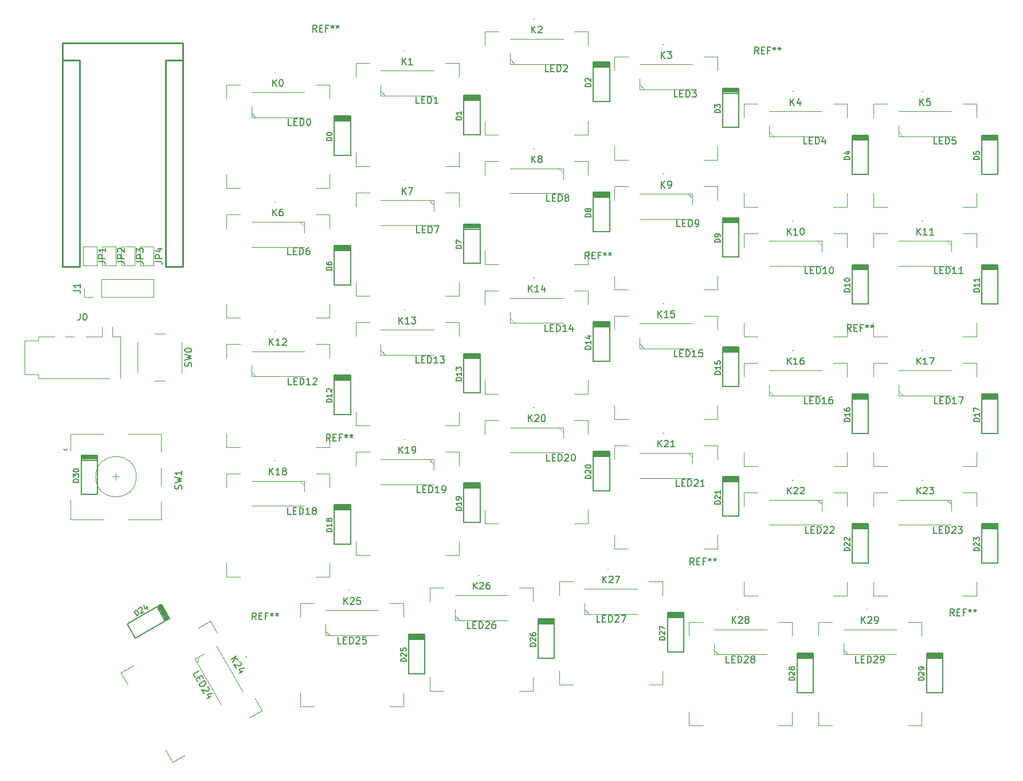
<source format=gbr>
%TF.GenerationSoftware,KiCad,Pcbnew,(5.1.8)-1*%
%TF.CreationDate,2021-02-13T18:12:48-08:00*%
%TF.ProjectId,Dualies,4475616c-6965-4732-9e6b-696361645f70,rev?*%
%TF.SameCoordinates,Original*%
%TF.FileFunction,Legend,Top*%
%TF.FilePolarity,Positive*%
%FSLAX46Y46*%
G04 Gerber Fmt 4.6, Leading zero omitted, Abs format (unit mm)*
G04 Created by KiCad (PCBNEW (5.1.8)-1) date 2021-02-13 18:12:48*
%MOMM*%
%LPD*%
G01*
G04 APERTURE LIST*
%ADD10C,0.120000*%
%ADD11C,0.200000*%
%ADD12C,0.150000*%
%ADD13C,0.250000*%
G04 APERTURE END LIST*
D10*
%TO.C,LED0*%
X95568750Y-35593750D02*
X95568750Y-37193750D01*
X103368750Y-33493750D02*
X95568750Y-33493750D01*
X95568750Y-37193750D02*
X103368750Y-37193750D01*
X95595250Y-36550250D02*
X96230250Y-37185250D01*
%TO.C,LED29*%
X183037500Y-114906250D02*
X183037500Y-116506250D01*
X190837500Y-112806250D02*
X183037500Y-112806250D01*
X183037500Y-116506250D02*
X190837500Y-116506250D01*
X183064000Y-115862750D02*
X183699000Y-116497750D01*
%TO.C,LED1*%
X114693750Y-32406250D02*
X114693750Y-34006250D01*
X122493750Y-30306250D02*
X114693750Y-30306250D01*
X114693750Y-34006250D02*
X122493750Y-34006250D01*
X114720250Y-33362750D02*
X115355250Y-33997750D01*
%TO.C,LED2*%
X133818750Y-27718750D02*
X133818750Y-29318750D01*
X141618750Y-25618750D02*
X133818750Y-25618750D01*
X133818750Y-29318750D02*
X141618750Y-29318750D01*
X133845250Y-28675250D02*
X134480250Y-29310250D01*
%TO.C,LED3*%
X152943750Y-31468750D02*
X152943750Y-33068750D01*
X160743750Y-29368750D02*
X152943750Y-29368750D01*
X152943750Y-33068750D02*
X160743750Y-33068750D01*
X152970250Y-32425250D02*
X153605250Y-33060250D01*
%TO.C,LED4*%
X172068750Y-38406250D02*
X172068750Y-40006250D01*
X179868750Y-36306250D02*
X172068750Y-36306250D01*
X172068750Y-40006250D02*
X179868750Y-40006250D01*
X172095250Y-39362750D02*
X172730250Y-39997750D01*
%TO.C,LED5*%
X191193750Y-38406250D02*
X191193750Y-40006250D01*
X198993750Y-36306250D02*
X191193750Y-36306250D01*
X191193750Y-40006250D02*
X198993750Y-40006250D01*
X191220250Y-39362750D02*
X191855250Y-39997750D01*
%TO.C,LED6*%
X103368750Y-54218750D02*
X103368750Y-52618750D01*
X95568750Y-56318750D02*
X103368750Y-56318750D01*
X103368750Y-52618750D02*
X95568750Y-52618750D01*
X103342250Y-53262250D02*
X102707250Y-52627250D01*
%TO.C,LED7*%
X122493750Y-51031250D02*
X122493750Y-49431250D01*
X114693750Y-53131250D02*
X122493750Y-53131250D01*
X122493750Y-49431250D02*
X114693750Y-49431250D01*
X122467250Y-50074750D02*
X121832250Y-49439750D01*
%TO.C,LED8*%
X141618750Y-46343750D02*
X141618750Y-44743750D01*
X133818750Y-48443750D02*
X141618750Y-48443750D01*
X141618750Y-44743750D02*
X133818750Y-44743750D01*
X141592250Y-45387250D02*
X140957250Y-44752250D01*
%TO.C,LED9*%
X160743750Y-50093750D02*
X160743750Y-48493750D01*
X152943750Y-52193750D02*
X160743750Y-52193750D01*
X160743750Y-48493750D02*
X152943750Y-48493750D01*
X160717250Y-49137250D02*
X160082250Y-48502250D01*
%TO.C,LED10*%
X179868750Y-57031250D02*
X179868750Y-55431250D01*
X172068750Y-59131250D02*
X179868750Y-59131250D01*
X179868750Y-55431250D02*
X172068750Y-55431250D01*
X179842250Y-56074750D02*
X179207250Y-55439750D01*
%TO.C,LED11*%
X198993750Y-57031250D02*
X198993750Y-55431250D01*
X191193750Y-59131250D02*
X198993750Y-59131250D01*
X198993750Y-55431250D02*
X191193750Y-55431250D01*
X198967250Y-56074750D02*
X198332250Y-55439750D01*
%TO.C,LED12*%
X95568750Y-73843750D02*
X95568750Y-75443750D01*
X103368750Y-71743750D02*
X95568750Y-71743750D01*
X95568750Y-75443750D02*
X103368750Y-75443750D01*
X95595250Y-74800250D02*
X96230250Y-75435250D01*
%TO.C,LED13*%
X114693750Y-70656250D02*
X114693750Y-72256250D01*
X122493750Y-68556250D02*
X114693750Y-68556250D01*
X114693750Y-72256250D02*
X122493750Y-72256250D01*
X114720250Y-71612750D02*
X115355250Y-72247750D01*
%TO.C,LED14*%
X133818750Y-65968750D02*
X133818750Y-67568750D01*
X141618750Y-63868750D02*
X133818750Y-63868750D01*
X133818750Y-67568750D02*
X141618750Y-67568750D01*
X133845250Y-66925250D02*
X134480250Y-67560250D01*
%TO.C,LED15*%
X152943750Y-69718750D02*
X152943750Y-71318750D01*
X160743750Y-67618750D02*
X152943750Y-67618750D01*
X152943750Y-71318750D02*
X160743750Y-71318750D01*
X152970250Y-70675250D02*
X153605250Y-71310250D01*
%TO.C,LED16*%
X172068750Y-76656250D02*
X172068750Y-78256250D01*
X179868750Y-74556250D02*
X172068750Y-74556250D01*
X172068750Y-78256250D02*
X179868750Y-78256250D01*
X172095250Y-77612750D02*
X172730250Y-78247750D01*
%TO.C,LED17*%
X191193750Y-76656250D02*
X191193750Y-78256250D01*
X198993750Y-74556250D02*
X191193750Y-74556250D01*
X191193750Y-78256250D02*
X198993750Y-78256250D01*
X191220250Y-77612750D02*
X191855250Y-78247750D01*
%TO.C,LED18*%
X103368750Y-92468750D02*
X103368750Y-90868750D01*
X95568750Y-94568750D02*
X103368750Y-94568750D01*
X103368750Y-90868750D02*
X95568750Y-90868750D01*
X103342250Y-91512250D02*
X102707250Y-90877250D01*
%TO.C,LED19*%
X122493750Y-89281250D02*
X122493750Y-87681250D01*
X114693750Y-91381250D02*
X122493750Y-91381250D01*
X122493750Y-87681250D02*
X114693750Y-87681250D01*
X122467250Y-88324750D02*
X121832250Y-87689750D01*
%TO.C,LED20*%
X141618750Y-84593750D02*
X141618750Y-82993750D01*
X133818750Y-86693750D02*
X141618750Y-86693750D01*
X141618750Y-82993750D02*
X133818750Y-82993750D01*
X141592250Y-83637250D02*
X140957250Y-83002250D01*
%TO.C,LED21*%
X160743750Y-88343750D02*
X160743750Y-86743750D01*
X152943750Y-90443750D02*
X160743750Y-90443750D01*
X160743750Y-86743750D02*
X152943750Y-86743750D01*
X160717250Y-87387250D02*
X160082250Y-86752250D01*
%TO.C,LED22*%
X179868750Y-95281250D02*
X179868750Y-93681250D01*
X172068750Y-97381250D02*
X179868750Y-97381250D01*
X179868750Y-93681250D02*
X172068750Y-93681250D01*
X179842250Y-94324750D02*
X179207250Y-93689750D01*
%TO.C,LED23*%
X198993750Y-95281250D02*
X198993750Y-93681250D01*
X191193750Y-97381250D02*
X198993750Y-97381250D01*
X198993750Y-93681250D02*
X191193750Y-93681250D01*
X198967250Y-94324750D02*
X198332250Y-93689750D01*
%TO.C,LED24*%
X88583494Y-116372501D02*
X87197853Y-117172501D01*
X94302147Y-122077499D02*
X90402147Y-115322501D01*
X87197853Y-117172501D02*
X91097853Y-123927499D01*
X87768390Y-116873701D02*
X87535964Y-117741127D01*
%TO.C,LED25*%
X106537500Y-112093750D02*
X106537500Y-113693750D01*
X114337500Y-109993750D02*
X106537500Y-109993750D01*
X106537500Y-113693750D02*
X114337500Y-113693750D01*
X106564000Y-113050250D02*
X107199000Y-113685250D01*
%TO.C,LED26*%
X125662500Y-109843750D02*
X125662500Y-111443750D01*
X133462500Y-107743750D02*
X125662500Y-107743750D01*
X125662500Y-111443750D02*
X133462500Y-111443750D01*
X125689000Y-110800250D02*
X126324000Y-111435250D01*
%TO.C,LED27*%
X144787500Y-108906250D02*
X144787500Y-110506250D01*
X152587500Y-106806250D02*
X144787500Y-106806250D01*
X144787500Y-110506250D02*
X152587500Y-110506250D01*
X144814000Y-109862750D02*
X145449000Y-110497750D01*
%TO.C,LED28*%
X163912500Y-114906250D02*
X163912500Y-116506250D01*
X171712500Y-112806250D02*
X163912500Y-112806250D01*
X163912500Y-116506250D02*
X171712500Y-116506250D01*
X163939000Y-115862750D02*
X164574000Y-116497750D01*
%TO.C,K11*%
X194712750Y-52443750D02*
X194585750Y-52443750D01*
X202713750Y-69588750D02*
X202713750Y-67556750D01*
X202713750Y-69588750D02*
X200681750Y-69588750D01*
X187473750Y-69588750D02*
X189505750Y-69588750D01*
X187473750Y-69588750D02*
X187473750Y-67556750D01*
X187473750Y-54348750D02*
X187473750Y-56380750D01*
X187473750Y-54348750D02*
X189505750Y-54348750D01*
X200681750Y-54348750D02*
X202713750Y-54348750D01*
X202713750Y-54348750D02*
X202713750Y-56380750D01*
%TO.C,K28*%
X175432500Y-111723750D02*
X175432500Y-113755750D01*
X173400500Y-111723750D02*
X175432500Y-111723750D01*
X160192500Y-111723750D02*
X162224500Y-111723750D01*
X160192500Y-111723750D02*
X160192500Y-113755750D01*
X160192500Y-126963750D02*
X160192500Y-124931750D01*
X160192500Y-126963750D02*
X162224500Y-126963750D01*
X175432500Y-126963750D02*
X173400500Y-126963750D01*
X175432500Y-126963750D02*
X175432500Y-124931750D01*
X167431500Y-109818750D02*
X167304500Y-109818750D01*
%TO.C,K8*%
X137337750Y-41756250D02*
X137210750Y-41756250D01*
X145338750Y-58901250D02*
X145338750Y-56869250D01*
X145338750Y-58901250D02*
X143306750Y-58901250D01*
X130098750Y-58901250D02*
X132130750Y-58901250D01*
X130098750Y-58901250D02*
X130098750Y-56869250D01*
X130098750Y-43661250D02*
X130098750Y-45693250D01*
X130098750Y-43661250D02*
X132130750Y-43661250D01*
X143306750Y-43661250D02*
X145338750Y-43661250D01*
X145338750Y-43661250D02*
X145338750Y-45693250D01*
%TO.C,K24*%
X94777142Y-116876294D02*
X94713642Y-116766309D01*
X83929636Y-132377864D02*
X85689400Y-131361864D01*
X83929636Y-132377864D02*
X82913636Y-130618100D01*
X76309636Y-119179636D02*
X77325636Y-120939400D01*
X76309636Y-119179636D02*
X78069400Y-118163636D01*
X89507864Y-111559636D02*
X87748100Y-112575636D01*
X89507864Y-111559636D02*
X90523864Y-113319400D01*
X96111864Y-122998100D02*
X97127864Y-124757864D01*
X97127864Y-124757864D02*
X95368100Y-125773864D01*
D11*
%TO.C,D0*%
X107831250Y-42831250D02*
X107831250Y-37031250D01*
X110231250Y-42831250D02*
X107831250Y-42831250D01*
X110231250Y-37031250D02*
X110231250Y-42831250D01*
X110231250Y-37106250D02*
X107831250Y-37106250D01*
X110231250Y-37231250D02*
X107831250Y-37231250D01*
X107831250Y-37006250D02*
X110231250Y-37006250D01*
X110231250Y-37406250D02*
X107831250Y-37406250D01*
X110231250Y-37581250D02*
X107831250Y-37581250D01*
X110231250Y-37756250D02*
X107831250Y-37756250D01*
%TO.C,D1*%
X129356250Y-34662500D02*
X126956250Y-34662500D01*
X129356250Y-34487500D02*
X126956250Y-34487500D01*
X129356250Y-34312500D02*
X126956250Y-34312500D01*
X126956250Y-33912500D02*
X129356250Y-33912500D01*
X129356250Y-34137500D02*
X126956250Y-34137500D01*
X129356250Y-34012500D02*
X126956250Y-34012500D01*
X129356250Y-33937500D02*
X129356250Y-39737500D01*
X129356250Y-39737500D02*
X126956250Y-39737500D01*
X126956250Y-39737500D02*
X126956250Y-33937500D01*
%TO.C,D2*%
X146081250Y-34862500D02*
X146081250Y-29062500D01*
X148481250Y-34862500D02*
X146081250Y-34862500D01*
X148481250Y-29062500D02*
X148481250Y-34862500D01*
X148481250Y-29137500D02*
X146081250Y-29137500D01*
X148481250Y-29262500D02*
X146081250Y-29262500D01*
X146081250Y-29037500D02*
X148481250Y-29037500D01*
X148481250Y-29437500D02*
X146081250Y-29437500D01*
X148481250Y-29612500D02*
X146081250Y-29612500D01*
X148481250Y-29787500D02*
X146081250Y-29787500D01*
%TO.C,D3*%
X167606250Y-33631250D02*
X165206250Y-33631250D01*
X167606250Y-33456250D02*
X165206250Y-33456250D01*
X167606250Y-33281250D02*
X165206250Y-33281250D01*
X165206250Y-32881250D02*
X167606250Y-32881250D01*
X167606250Y-33106250D02*
X165206250Y-33106250D01*
X167606250Y-32981250D02*
X165206250Y-32981250D01*
X167606250Y-32906250D02*
X167606250Y-38706250D01*
X167606250Y-38706250D02*
X165206250Y-38706250D01*
X165206250Y-38706250D02*
X165206250Y-32906250D01*
%TO.C,D4*%
X184331250Y-45643750D02*
X184331250Y-39843750D01*
X186731250Y-45643750D02*
X184331250Y-45643750D01*
X186731250Y-39843750D02*
X186731250Y-45643750D01*
X186731250Y-39918750D02*
X184331250Y-39918750D01*
X186731250Y-40043750D02*
X184331250Y-40043750D01*
X184331250Y-39818750D02*
X186731250Y-39818750D01*
X186731250Y-40218750D02*
X184331250Y-40218750D01*
X186731250Y-40393750D02*
X184331250Y-40393750D01*
X186731250Y-40568750D02*
X184331250Y-40568750D01*
%TO.C,D5*%
X203456250Y-45643750D02*
X203456250Y-39843750D01*
X205856250Y-45643750D02*
X203456250Y-45643750D01*
X205856250Y-39843750D02*
X205856250Y-45643750D01*
X205856250Y-39918750D02*
X203456250Y-39918750D01*
X205856250Y-40043750D02*
X203456250Y-40043750D01*
X203456250Y-39818750D02*
X205856250Y-39818750D01*
X205856250Y-40218750D02*
X203456250Y-40218750D01*
X205856250Y-40393750D02*
X203456250Y-40393750D01*
X205856250Y-40568750D02*
X203456250Y-40568750D01*
%TO.C,D6*%
X110231250Y-56881250D02*
X107831250Y-56881250D01*
X110231250Y-56706250D02*
X107831250Y-56706250D01*
X110231250Y-56531250D02*
X107831250Y-56531250D01*
X107831250Y-56131250D02*
X110231250Y-56131250D01*
X110231250Y-56356250D02*
X107831250Y-56356250D01*
X110231250Y-56231250D02*
X107831250Y-56231250D01*
X110231250Y-56156250D02*
X110231250Y-61956250D01*
X110231250Y-61956250D02*
X107831250Y-61956250D01*
X107831250Y-61956250D02*
X107831250Y-56156250D01*
%TO.C,D7*%
X126956250Y-58768750D02*
X126956250Y-52968750D01*
X129356250Y-58768750D02*
X126956250Y-58768750D01*
X129356250Y-52968750D02*
X129356250Y-58768750D01*
X129356250Y-53043750D02*
X126956250Y-53043750D01*
X129356250Y-53168750D02*
X126956250Y-53168750D01*
X126956250Y-52943750D02*
X129356250Y-52943750D01*
X129356250Y-53343750D02*
X126956250Y-53343750D01*
X129356250Y-53518750D02*
X126956250Y-53518750D01*
X129356250Y-53693750D02*
X126956250Y-53693750D01*
%TO.C,D8*%
X148481250Y-49006250D02*
X146081250Y-49006250D01*
X148481250Y-48831250D02*
X146081250Y-48831250D01*
X148481250Y-48656250D02*
X146081250Y-48656250D01*
X146081250Y-48256250D02*
X148481250Y-48256250D01*
X148481250Y-48481250D02*
X146081250Y-48481250D01*
X148481250Y-48356250D02*
X146081250Y-48356250D01*
X148481250Y-48281250D02*
X148481250Y-54081250D01*
X148481250Y-54081250D02*
X146081250Y-54081250D01*
X146081250Y-54081250D02*
X146081250Y-48281250D01*
%TO.C,D9*%
X165206250Y-57831250D02*
X165206250Y-52031250D01*
X167606250Y-57831250D02*
X165206250Y-57831250D01*
X167606250Y-52031250D02*
X167606250Y-57831250D01*
X167606250Y-52106250D02*
X165206250Y-52106250D01*
X167606250Y-52231250D02*
X165206250Y-52231250D01*
X165206250Y-52006250D02*
X167606250Y-52006250D01*
X167606250Y-52406250D02*
X165206250Y-52406250D01*
X167606250Y-52581250D02*
X165206250Y-52581250D01*
X167606250Y-52756250D02*
X165206250Y-52756250D01*
%TO.C,D10*%
X186731250Y-59693750D02*
X184331250Y-59693750D01*
X186731250Y-59518750D02*
X184331250Y-59518750D01*
X186731250Y-59343750D02*
X184331250Y-59343750D01*
X184331250Y-58943750D02*
X186731250Y-58943750D01*
X186731250Y-59168750D02*
X184331250Y-59168750D01*
X186731250Y-59043750D02*
X184331250Y-59043750D01*
X186731250Y-58968750D02*
X186731250Y-64768750D01*
X186731250Y-64768750D02*
X184331250Y-64768750D01*
X184331250Y-64768750D02*
X184331250Y-58968750D01*
%TO.C,D11*%
X205856250Y-59693750D02*
X203456250Y-59693750D01*
X205856250Y-59518750D02*
X203456250Y-59518750D01*
X205856250Y-59343750D02*
X203456250Y-59343750D01*
X203456250Y-58943750D02*
X205856250Y-58943750D01*
X205856250Y-59168750D02*
X203456250Y-59168750D01*
X205856250Y-59043750D02*
X203456250Y-59043750D01*
X205856250Y-58968750D02*
X205856250Y-64768750D01*
X205856250Y-64768750D02*
X203456250Y-64768750D01*
X203456250Y-64768750D02*
X203456250Y-58968750D01*
%TO.C,D12*%
X107831250Y-81081250D02*
X107831250Y-75281250D01*
X110231250Y-81081250D02*
X107831250Y-81081250D01*
X110231250Y-75281250D02*
X110231250Y-81081250D01*
X110231250Y-75356250D02*
X107831250Y-75356250D01*
X110231250Y-75481250D02*
X107831250Y-75481250D01*
X107831250Y-75256250D02*
X110231250Y-75256250D01*
X110231250Y-75656250D02*
X107831250Y-75656250D01*
X110231250Y-75831250D02*
X107831250Y-75831250D01*
X110231250Y-76006250D02*
X107831250Y-76006250D01*
%TO.C,D13*%
X129356250Y-72818750D02*
X126956250Y-72818750D01*
X129356250Y-72643750D02*
X126956250Y-72643750D01*
X129356250Y-72468750D02*
X126956250Y-72468750D01*
X126956250Y-72068750D02*
X129356250Y-72068750D01*
X129356250Y-72293750D02*
X126956250Y-72293750D01*
X129356250Y-72168750D02*
X126956250Y-72168750D01*
X129356250Y-72093750D02*
X129356250Y-77893750D01*
X129356250Y-77893750D02*
X126956250Y-77893750D01*
X126956250Y-77893750D02*
X126956250Y-72093750D01*
%TO.C,D14*%
X146081250Y-73225000D02*
X146081250Y-67425000D01*
X148481250Y-73225000D02*
X146081250Y-73225000D01*
X148481250Y-67425000D02*
X148481250Y-73225000D01*
X148481250Y-67500000D02*
X146081250Y-67500000D01*
X148481250Y-67625000D02*
X146081250Y-67625000D01*
X146081250Y-67400000D02*
X148481250Y-67400000D01*
X148481250Y-67800000D02*
X146081250Y-67800000D01*
X148481250Y-67975000D02*
X146081250Y-67975000D01*
X148481250Y-68150000D02*
X146081250Y-68150000D01*
%TO.C,D15*%
X167606250Y-71881250D02*
X165206250Y-71881250D01*
X167606250Y-71706250D02*
X165206250Y-71706250D01*
X167606250Y-71531250D02*
X165206250Y-71531250D01*
X165206250Y-71131250D02*
X167606250Y-71131250D01*
X167606250Y-71356250D02*
X165206250Y-71356250D01*
X167606250Y-71231250D02*
X165206250Y-71231250D01*
X167606250Y-71156250D02*
X167606250Y-76956250D01*
X167606250Y-76956250D02*
X165206250Y-76956250D01*
X165206250Y-76956250D02*
X165206250Y-71156250D01*
%TO.C,D16*%
X184331250Y-83893750D02*
X184331250Y-78093750D01*
X186731250Y-83893750D02*
X184331250Y-83893750D01*
X186731250Y-78093750D02*
X186731250Y-83893750D01*
X186731250Y-78168750D02*
X184331250Y-78168750D01*
X186731250Y-78293750D02*
X184331250Y-78293750D01*
X184331250Y-78068750D02*
X186731250Y-78068750D01*
X186731250Y-78468750D02*
X184331250Y-78468750D01*
X186731250Y-78643750D02*
X184331250Y-78643750D01*
X186731250Y-78818750D02*
X184331250Y-78818750D01*
%TO.C,D17*%
X205856250Y-78818750D02*
X203456250Y-78818750D01*
X205856250Y-78643750D02*
X203456250Y-78643750D01*
X205856250Y-78468750D02*
X203456250Y-78468750D01*
X203456250Y-78068750D02*
X205856250Y-78068750D01*
X205856250Y-78293750D02*
X203456250Y-78293750D01*
X205856250Y-78168750D02*
X203456250Y-78168750D01*
X205856250Y-78093750D02*
X205856250Y-83893750D01*
X205856250Y-83893750D02*
X203456250Y-83893750D01*
X203456250Y-83893750D02*
X203456250Y-78093750D01*
%TO.C,D18*%
X107831250Y-100206250D02*
X107831250Y-94406250D01*
X110231250Y-100206250D02*
X107831250Y-100206250D01*
X110231250Y-94406250D02*
X110231250Y-100206250D01*
X110231250Y-94481250D02*
X107831250Y-94481250D01*
X110231250Y-94606250D02*
X107831250Y-94606250D01*
X107831250Y-94381250D02*
X110231250Y-94381250D01*
X110231250Y-94781250D02*
X107831250Y-94781250D01*
X110231250Y-94956250D02*
X107831250Y-94956250D01*
X110231250Y-95131250D02*
X107831250Y-95131250D01*
%TO.C,D19*%
X126956250Y-97018750D02*
X126956250Y-91218750D01*
X129356250Y-97018750D02*
X126956250Y-97018750D01*
X129356250Y-91218750D02*
X129356250Y-97018750D01*
X129356250Y-91293750D02*
X126956250Y-91293750D01*
X129356250Y-91418750D02*
X126956250Y-91418750D01*
X126956250Y-91193750D02*
X129356250Y-91193750D01*
X129356250Y-91593750D02*
X126956250Y-91593750D01*
X129356250Y-91768750D02*
X126956250Y-91768750D01*
X129356250Y-91943750D02*
X126956250Y-91943750D01*
%TO.C,D20*%
X146081250Y-92331250D02*
X146081250Y-86531250D01*
X148481250Y-92331250D02*
X146081250Y-92331250D01*
X148481250Y-86531250D02*
X148481250Y-92331250D01*
X148481250Y-86606250D02*
X146081250Y-86606250D01*
X148481250Y-86731250D02*
X146081250Y-86731250D01*
X146081250Y-86506250D02*
X148481250Y-86506250D01*
X148481250Y-86906250D02*
X146081250Y-86906250D01*
X148481250Y-87081250D02*
X146081250Y-87081250D01*
X148481250Y-87256250D02*
X146081250Y-87256250D01*
%TO.C,D21*%
X167606250Y-91006250D02*
X165206250Y-91006250D01*
X167606250Y-90831250D02*
X165206250Y-90831250D01*
X167606250Y-90656250D02*
X165206250Y-90656250D01*
X165206250Y-90256250D02*
X167606250Y-90256250D01*
X167606250Y-90481250D02*
X165206250Y-90481250D01*
X167606250Y-90356250D02*
X165206250Y-90356250D01*
X167606250Y-90281250D02*
X167606250Y-96081250D01*
X167606250Y-96081250D02*
X165206250Y-96081250D01*
X165206250Y-96081250D02*
X165206250Y-90281250D01*
%TO.C,D22*%
X184331250Y-103018750D02*
X184331250Y-97218750D01*
X186731250Y-103018750D02*
X184331250Y-103018750D01*
X186731250Y-97218750D02*
X186731250Y-103018750D01*
X186731250Y-97293750D02*
X184331250Y-97293750D01*
X186731250Y-97418750D02*
X184331250Y-97418750D01*
X184331250Y-97193750D02*
X186731250Y-97193750D01*
X186731250Y-97593750D02*
X184331250Y-97593750D01*
X186731250Y-97768750D02*
X184331250Y-97768750D01*
X186731250Y-97943750D02*
X184331250Y-97943750D01*
%TO.C,D23*%
X205856250Y-97943750D02*
X203456250Y-97943750D01*
X205856250Y-97768750D02*
X203456250Y-97768750D01*
X205856250Y-97593750D02*
X203456250Y-97593750D01*
X203456250Y-97193750D02*
X205856250Y-97193750D01*
X205856250Y-97418750D02*
X203456250Y-97418750D01*
X205856250Y-97293750D02*
X203456250Y-97293750D01*
X205856250Y-97218750D02*
X205856250Y-103018750D01*
X205856250Y-103018750D02*
X203456250Y-103018750D01*
X203456250Y-103018750D02*
X203456250Y-97218750D01*
%TO.C,D24*%
X77225129Y-112017020D02*
X82248076Y-109117020D01*
X78425129Y-114095480D02*
X77225129Y-112017020D01*
X83448076Y-111195480D02*
X78425129Y-114095480D01*
X83383124Y-111232980D02*
X82183124Y-109154520D01*
X83274871Y-111295480D02*
X82074871Y-109217020D01*
X82269727Y-109104520D02*
X83469727Y-111182980D01*
X83123317Y-111382980D02*
X81923317Y-109304520D01*
X82971762Y-111470480D02*
X81771762Y-109392020D01*
X82820208Y-111557980D02*
X81620208Y-109479520D01*
%TO.C,D25*%
X121200000Y-114256250D02*
X118800000Y-114256250D01*
X121200000Y-114081250D02*
X118800000Y-114081250D01*
X121200000Y-113906250D02*
X118800000Y-113906250D01*
X118800000Y-113506250D02*
X121200000Y-113506250D01*
X121200000Y-113731250D02*
X118800000Y-113731250D01*
X121200000Y-113606250D02*
X118800000Y-113606250D01*
X121200000Y-113531250D02*
X121200000Y-119331250D01*
X121200000Y-119331250D02*
X118800000Y-119331250D01*
X118800000Y-119331250D02*
X118800000Y-113531250D01*
%TO.C,D26*%
X137925000Y-117081250D02*
X137925000Y-111281250D01*
X140325000Y-117081250D02*
X137925000Y-117081250D01*
X140325000Y-111281250D02*
X140325000Y-117081250D01*
X140325000Y-111356250D02*
X137925000Y-111356250D01*
X140325000Y-111481250D02*
X137925000Y-111481250D01*
X137925000Y-111256250D02*
X140325000Y-111256250D01*
X140325000Y-111656250D02*
X137925000Y-111656250D01*
X140325000Y-111831250D02*
X137925000Y-111831250D01*
X140325000Y-112006250D02*
X137925000Y-112006250D01*
%TO.C,D27*%
X159450000Y-111068750D02*
X157050000Y-111068750D01*
X159450000Y-110893750D02*
X157050000Y-110893750D01*
X159450000Y-110718750D02*
X157050000Y-110718750D01*
X157050000Y-110318750D02*
X159450000Y-110318750D01*
X159450000Y-110543750D02*
X157050000Y-110543750D01*
X159450000Y-110418750D02*
X157050000Y-110418750D01*
X159450000Y-110343750D02*
X159450000Y-116143750D01*
X159450000Y-116143750D02*
X157050000Y-116143750D01*
X157050000Y-116143750D02*
X157050000Y-110343750D01*
%TO.C,D28*%
X176175000Y-122143750D02*
X176175000Y-116343750D01*
X178575000Y-122143750D02*
X176175000Y-122143750D01*
X178575000Y-116343750D02*
X178575000Y-122143750D01*
X178575000Y-116418750D02*
X176175000Y-116418750D01*
X178575000Y-116543750D02*
X176175000Y-116543750D01*
X176175000Y-116318750D02*
X178575000Y-116318750D01*
X178575000Y-116718750D02*
X176175000Y-116718750D01*
X178575000Y-116893750D02*
X176175000Y-116893750D01*
X178575000Y-117068750D02*
X176175000Y-117068750D01*
%TO.C,D29*%
X197700000Y-117068750D02*
X195300000Y-117068750D01*
X197700000Y-116893750D02*
X195300000Y-116893750D01*
X197700000Y-116718750D02*
X195300000Y-116718750D01*
X195300000Y-116318750D02*
X197700000Y-116318750D01*
X197700000Y-116543750D02*
X195300000Y-116543750D01*
X197700000Y-116418750D02*
X195300000Y-116418750D01*
X197700000Y-116343750D02*
X197700000Y-122143750D01*
X197700000Y-122143750D02*
X195300000Y-122143750D01*
X195300000Y-122143750D02*
X195300000Y-116343750D01*
%TO.C,D30*%
X72825000Y-87818750D02*
X70425000Y-87818750D01*
X72825000Y-87643750D02*
X70425000Y-87643750D01*
X72825000Y-87468750D02*
X70425000Y-87468750D01*
X70425000Y-87068750D02*
X72825000Y-87068750D01*
X72825000Y-87293750D02*
X70425000Y-87293750D01*
X72825000Y-87168750D02*
X70425000Y-87168750D01*
X72825000Y-87093750D02*
X72825000Y-92893750D01*
X72825000Y-92893750D02*
X70425000Y-92893750D01*
X70425000Y-92893750D02*
X70425000Y-87093750D01*
D10*
%TO.C,J0*%
X73516750Y-69556250D02*
X73516750Y-68156250D01*
X75066750Y-69556250D02*
X75066750Y-68156250D01*
X74616750Y-75756250D02*
X64091750Y-75756250D01*
X75066750Y-69556250D02*
X76191750Y-69556250D01*
X71116750Y-69556250D02*
X73516750Y-69556250D01*
X68116750Y-69556250D02*
X69466750Y-69556250D01*
X64091750Y-69556250D02*
X66466750Y-69556250D01*
X76191750Y-75756250D02*
X76191750Y-69556250D01*
X64091750Y-69556250D02*
X64091750Y-70156250D01*
X64091750Y-75156250D02*
X64091750Y-75756250D01*
X62091750Y-70156250D02*
X62091750Y-75156250D01*
X64091750Y-70156250D02*
X62091750Y-70156250D01*
X64091750Y-75156250D02*
X62091750Y-75156250D01*
%TO.C,J1*%
X81137500Y-63767500D02*
X81137500Y-61107500D01*
X73457500Y-63767500D02*
X81137500Y-63767500D01*
X73457500Y-61107500D02*
X81137500Y-61107500D01*
X73457500Y-63767500D02*
X73457500Y-61107500D01*
X72187500Y-63767500D02*
X70857500Y-63767500D01*
X70857500Y-63767500D02*
X70857500Y-62437500D01*
%TO.C,JP1*%
X72718750Y-56256250D02*
X72718750Y-59056250D01*
X72718750Y-59056250D02*
X70718750Y-59056250D01*
X70718750Y-59056250D02*
X70718750Y-56256250D01*
X70718750Y-56256250D02*
X72718750Y-56256250D01*
%TO.C,JP2*%
X73531250Y-56262500D02*
X75531250Y-56262500D01*
X73531250Y-59062500D02*
X73531250Y-56262500D01*
X75531250Y-59062500D02*
X73531250Y-59062500D01*
X75531250Y-56262500D02*
X75531250Y-59062500D01*
%TO.C,JP3*%
X78343750Y-56262500D02*
X78343750Y-59062500D01*
X78343750Y-59062500D02*
X76343750Y-59062500D01*
X76343750Y-59062500D02*
X76343750Y-56262500D01*
X76343750Y-56262500D02*
X78343750Y-56262500D01*
%TO.C,JP4*%
X79156250Y-56262500D02*
X81156250Y-56262500D01*
X79156250Y-59062500D02*
X79156250Y-56262500D01*
X81156250Y-59062500D02*
X79156250Y-59062500D01*
X81156250Y-56262500D02*
X81156250Y-59062500D01*
%TO.C,K0*%
X107088750Y-32411250D02*
X107088750Y-34443250D01*
X105056750Y-32411250D02*
X107088750Y-32411250D01*
X91848750Y-32411250D02*
X93880750Y-32411250D01*
X91848750Y-32411250D02*
X91848750Y-34443250D01*
X91848750Y-47651250D02*
X91848750Y-45619250D01*
X91848750Y-47651250D02*
X93880750Y-47651250D01*
X107088750Y-47651250D02*
X105056750Y-47651250D01*
X107088750Y-47651250D02*
X107088750Y-45619250D01*
X99087750Y-30506250D02*
X98960750Y-30506250D01*
%TO.C,K1*%
X118212750Y-27318750D02*
X118085750Y-27318750D01*
X126213750Y-44463750D02*
X126213750Y-42431750D01*
X126213750Y-44463750D02*
X124181750Y-44463750D01*
X110973750Y-44463750D02*
X113005750Y-44463750D01*
X110973750Y-44463750D02*
X110973750Y-42431750D01*
X110973750Y-29223750D02*
X110973750Y-31255750D01*
X110973750Y-29223750D02*
X113005750Y-29223750D01*
X124181750Y-29223750D02*
X126213750Y-29223750D01*
X126213750Y-29223750D02*
X126213750Y-31255750D01*
%TO.C,K2*%
X145338750Y-24536250D02*
X145338750Y-26568250D01*
X143306750Y-24536250D02*
X145338750Y-24536250D01*
X130098750Y-24536250D02*
X132130750Y-24536250D01*
X130098750Y-24536250D02*
X130098750Y-26568250D01*
X130098750Y-39776250D02*
X130098750Y-37744250D01*
X130098750Y-39776250D02*
X132130750Y-39776250D01*
X145338750Y-39776250D02*
X143306750Y-39776250D01*
X145338750Y-39776250D02*
X145338750Y-37744250D01*
X137337750Y-22631250D02*
X137210750Y-22631250D01*
%TO.C,K3*%
X164463750Y-28286250D02*
X164463750Y-30318250D01*
X162431750Y-28286250D02*
X164463750Y-28286250D01*
X149223750Y-28286250D02*
X151255750Y-28286250D01*
X149223750Y-28286250D02*
X149223750Y-30318250D01*
X149223750Y-43526250D02*
X149223750Y-41494250D01*
X149223750Y-43526250D02*
X151255750Y-43526250D01*
X164463750Y-43526250D02*
X162431750Y-43526250D01*
X164463750Y-43526250D02*
X164463750Y-41494250D01*
X156462750Y-26381250D02*
X156335750Y-26381250D01*
%TO.C,K4*%
X175587750Y-33318750D02*
X175460750Y-33318750D01*
X183588750Y-50463750D02*
X183588750Y-48431750D01*
X183588750Y-50463750D02*
X181556750Y-50463750D01*
X168348750Y-50463750D02*
X170380750Y-50463750D01*
X168348750Y-50463750D02*
X168348750Y-48431750D01*
X168348750Y-35223750D02*
X168348750Y-37255750D01*
X168348750Y-35223750D02*
X170380750Y-35223750D01*
X181556750Y-35223750D02*
X183588750Y-35223750D01*
X183588750Y-35223750D02*
X183588750Y-37255750D01*
%TO.C,K5*%
X202713750Y-35223750D02*
X202713750Y-37255750D01*
X200681750Y-35223750D02*
X202713750Y-35223750D01*
X187473750Y-35223750D02*
X189505750Y-35223750D01*
X187473750Y-35223750D02*
X187473750Y-37255750D01*
X187473750Y-50463750D02*
X187473750Y-48431750D01*
X187473750Y-50463750D02*
X189505750Y-50463750D01*
X202713750Y-50463750D02*
X200681750Y-50463750D01*
X202713750Y-50463750D02*
X202713750Y-48431750D01*
X194712750Y-33318750D02*
X194585750Y-33318750D01*
%TO.C,K6*%
X107088750Y-51536250D02*
X107088750Y-53568250D01*
X105056750Y-51536250D02*
X107088750Y-51536250D01*
X91848750Y-51536250D02*
X93880750Y-51536250D01*
X91848750Y-51536250D02*
X91848750Y-53568250D01*
X91848750Y-66776250D02*
X91848750Y-64744250D01*
X91848750Y-66776250D02*
X93880750Y-66776250D01*
X107088750Y-66776250D02*
X105056750Y-66776250D01*
X107088750Y-66776250D02*
X107088750Y-64744250D01*
X99087750Y-49631250D02*
X98960750Y-49631250D01*
%TO.C,K7*%
X126213750Y-48348750D02*
X126213750Y-50380750D01*
X124181750Y-48348750D02*
X126213750Y-48348750D01*
X110973750Y-48348750D02*
X113005750Y-48348750D01*
X110973750Y-48348750D02*
X110973750Y-50380750D01*
X110973750Y-63588750D02*
X110973750Y-61556750D01*
X110973750Y-63588750D02*
X113005750Y-63588750D01*
X126213750Y-63588750D02*
X124181750Y-63588750D01*
X126213750Y-63588750D02*
X126213750Y-61556750D01*
X118212750Y-46443750D02*
X118085750Y-46443750D01*
%TO.C,K9*%
X156462750Y-45506250D02*
X156335750Y-45506250D01*
X164463750Y-62651250D02*
X164463750Y-60619250D01*
X164463750Y-62651250D02*
X162431750Y-62651250D01*
X149223750Y-62651250D02*
X151255750Y-62651250D01*
X149223750Y-62651250D02*
X149223750Y-60619250D01*
X149223750Y-47411250D02*
X149223750Y-49443250D01*
X149223750Y-47411250D02*
X151255750Y-47411250D01*
X162431750Y-47411250D02*
X164463750Y-47411250D01*
X164463750Y-47411250D02*
X164463750Y-49443250D01*
%TO.C,K10*%
X175587750Y-52443750D02*
X175460750Y-52443750D01*
X183588750Y-69588750D02*
X183588750Y-67556750D01*
X183588750Y-69588750D02*
X181556750Y-69588750D01*
X168348750Y-69588750D02*
X170380750Y-69588750D01*
X168348750Y-69588750D02*
X168348750Y-67556750D01*
X168348750Y-54348750D02*
X168348750Y-56380750D01*
X168348750Y-54348750D02*
X170380750Y-54348750D01*
X181556750Y-54348750D02*
X183588750Y-54348750D01*
X183588750Y-54348750D02*
X183588750Y-56380750D01*
%TO.C,K12*%
X99087750Y-68756250D02*
X98960750Y-68756250D01*
X107088750Y-85901250D02*
X107088750Y-83869250D01*
X107088750Y-85901250D02*
X105056750Y-85901250D01*
X91848750Y-85901250D02*
X93880750Y-85901250D01*
X91848750Y-85901250D02*
X91848750Y-83869250D01*
X91848750Y-70661250D02*
X91848750Y-72693250D01*
X91848750Y-70661250D02*
X93880750Y-70661250D01*
X105056750Y-70661250D02*
X107088750Y-70661250D01*
X107088750Y-70661250D02*
X107088750Y-72693250D01*
%TO.C,K13*%
X118212750Y-65568750D02*
X118085750Y-65568750D01*
X126213750Y-82713750D02*
X126213750Y-80681750D01*
X126213750Y-82713750D02*
X124181750Y-82713750D01*
X110973750Y-82713750D02*
X113005750Y-82713750D01*
X110973750Y-82713750D02*
X110973750Y-80681750D01*
X110973750Y-67473750D02*
X110973750Y-69505750D01*
X110973750Y-67473750D02*
X113005750Y-67473750D01*
X124181750Y-67473750D02*
X126213750Y-67473750D01*
X126213750Y-67473750D02*
X126213750Y-69505750D01*
%TO.C,K14*%
X145338750Y-62786250D02*
X145338750Y-64818250D01*
X143306750Y-62786250D02*
X145338750Y-62786250D01*
X130098750Y-62786250D02*
X132130750Y-62786250D01*
X130098750Y-62786250D02*
X130098750Y-64818250D01*
X130098750Y-78026250D02*
X130098750Y-75994250D01*
X130098750Y-78026250D02*
X132130750Y-78026250D01*
X145338750Y-78026250D02*
X143306750Y-78026250D01*
X145338750Y-78026250D02*
X145338750Y-75994250D01*
X137337750Y-60881250D02*
X137210750Y-60881250D01*
%TO.C,K15*%
X164463750Y-66536250D02*
X164463750Y-68568250D01*
X162431750Y-66536250D02*
X164463750Y-66536250D01*
X149223750Y-66536250D02*
X151255750Y-66536250D01*
X149223750Y-66536250D02*
X149223750Y-68568250D01*
X149223750Y-81776250D02*
X149223750Y-79744250D01*
X149223750Y-81776250D02*
X151255750Y-81776250D01*
X164463750Y-81776250D02*
X162431750Y-81776250D01*
X164463750Y-81776250D02*
X164463750Y-79744250D01*
X156462750Y-64631250D02*
X156335750Y-64631250D01*
%TO.C,K16*%
X175587750Y-71568750D02*
X175460750Y-71568750D01*
X183588750Y-88713750D02*
X183588750Y-86681750D01*
X183588750Y-88713750D02*
X181556750Y-88713750D01*
X168348750Y-88713750D02*
X170380750Y-88713750D01*
X168348750Y-88713750D02*
X168348750Y-86681750D01*
X168348750Y-73473750D02*
X168348750Y-75505750D01*
X168348750Y-73473750D02*
X170380750Y-73473750D01*
X181556750Y-73473750D02*
X183588750Y-73473750D01*
X183588750Y-73473750D02*
X183588750Y-75505750D01*
%TO.C,K17*%
X202713750Y-73473750D02*
X202713750Y-75505750D01*
X200681750Y-73473750D02*
X202713750Y-73473750D01*
X187473750Y-73473750D02*
X189505750Y-73473750D01*
X187473750Y-73473750D02*
X187473750Y-75505750D01*
X187473750Y-88713750D02*
X187473750Y-86681750D01*
X187473750Y-88713750D02*
X189505750Y-88713750D01*
X202713750Y-88713750D02*
X200681750Y-88713750D01*
X202713750Y-88713750D02*
X202713750Y-86681750D01*
X194712750Y-71568750D02*
X194585750Y-71568750D01*
%TO.C,K18*%
X107088750Y-89786250D02*
X107088750Y-91818250D01*
X105056750Y-89786250D02*
X107088750Y-89786250D01*
X91848750Y-89786250D02*
X93880750Y-89786250D01*
X91848750Y-89786250D02*
X91848750Y-91818250D01*
X91848750Y-105026250D02*
X91848750Y-102994250D01*
X91848750Y-105026250D02*
X93880750Y-105026250D01*
X107088750Y-105026250D02*
X105056750Y-105026250D01*
X107088750Y-105026250D02*
X107088750Y-102994250D01*
X99087750Y-87881250D02*
X98960750Y-87881250D01*
%TO.C,K19*%
X126213750Y-86598750D02*
X126213750Y-88630750D01*
X124181750Y-86598750D02*
X126213750Y-86598750D01*
X110973750Y-86598750D02*
X113005750Y-86598750D01*
X110973750Y-86598750D02*
X110973750Y-88630750D01*
X110973750Y-101838750D02*
X110973750Y-99806750D01*
X110973750Y-101838750D02*
X113005750Y-101838750D01*
X126213750Y-101838750D02*
X124181750Y-101838750D01*
X126213750Y-101838750D02*
X126213750Y-99806750D01*
X118212750Y-84693750D02*
X118085750Y-84693750D01*
%TO.C,K20*%
X145338750Y-81911250D02*
X145338750Y-83943250D01*
X143306750Y-81911250D02*
X145338750Y-81911250D01*
X130098750Y-81911250D02*
X132130750Y-81911250D01*
X130098750Y-81911250D02*
X130098750Y-83943250D01*
X130098750Y-97151250D02*
X130098750Y-95119250D01*
X130098750Y-97151250D02*
X132130750Y-97151250D01*
X145338750Y-97151250D02*
X143306750Y-97151250D01*
X145338750Y-97151250D02*
X145338750Y-95119250D01*
X137337750Y-80006250D02*
X137210750Y-80006250D01*
%TO.C,K21*%
X156462750Y-83756250D02*
X156335750Y-83756250D01*
X164463750Y-100901250D02*
X164463750Y-98869250D01*
X164463750Y-100901250D02*
X162431750Y-100901250D01*
X149223750Y-100901250D02*
X151255750Y-100901250D01*
X149223750Y-100901250D02*
X149223750Y-98869250D01*
X149223750Y-85661250D02*
X149223750Y-87693250D01*
X149223750Y-85661250D02*
X151255750Y-85661250D01*
X162431750Y-85661250D02*
X164463750Y-85661250D01*
X164463750Y-85661250D02*
X164463750Y-87693250D01*
%TO.C,K22*%
X175587750Y-90693750D02*
X175460750Y-90693750D01*
X183588750Y-107838750D02*
X183588750Y-105806750D01*
X183588750Y-107838750D02*
X181556750Y-107838750D01*
X168348750Y-107838750D02*
X170380750Y-107838750D01*
X168348750Y-107838750D02*
X168348750Y-105806750D01*
X168348750Y-92598750D02*
X168348750Y-94630750D01*
X168348750Y-92598750D02*
X170380750Y-92598750D01*
X181556750Y-92598750D02*
X183588750Y-92598750D01*
X183588750Y-92598750D02*
X183588750Y-94630750D01*
%TO.C,K23*%
X194712750Y-90693750D02*
X194585750Y-90693750D01*
X202713750Y-107838750D02*
X202713750Y-105806750D01*
X202713750Y-107838750D02*
X200681750Y-107838750D01*
X187473750Y-107838750D02*
X189505750Y-107838750D01*
X187473750Y-107838750D02*
X187473750Y-105806750D01*
X187473750Y-92598750D02*
X187473750Y-94630750D01*
X187473750Y-92598750D02*
X189505750Y-92598750D01*
X200681750Y-92598750D02*
X202713750Y-92598750D01*
X202713750Y-92598750D02*
X202713750Y-94630750D01*
%TO.C,K25*%
X110056500Y-107006250D02*
X109929500Y-107006250D01*
X118057500Y-124151250D02*
X118057500Y-122119250D01*
X118057500Y-124151250D02*
X116025500Y-124151250D01*
X102817500Y-124151250D02*
X104849500Y-124151250D01*
X102817500Y-124151250D02*
X102817500Y-122119250D01*
X102817500Y-108911250D02*
X102817500Y-110943250D01*
X102817500Y-108911250D02*
X104849500Y-108911250D01*
X116025500Y-108911250D02*
X118057500Y-108911250D01*
X118057500Y-108911250D02*
X118057500Y-110943250D01*
%TO.C,K26*%
X129181500Y-104756250D02*
X129054500Y-104756250D01*
X137182500Y-121901250D02*
X137182500Y-119869250D01*
X137182500Y-121901250D02*
X135150500Y-121901250D01*
X121942500Y-121901250D02*
X123974500Y-121901250D01*
X121942500Y-121901250D02*
X121942500Y-119869250D01*
X121942500Y-106661250D02*
X121942500Y-108693250D01*
X121942500Y-106661250D02*
X123974500Y-106661250D01*
X135150500Y-106661250D02*
X137182500Y-106661250D01*
X137182500Y-106661250D02*
X137182500Y-108693250D01*
%TO.C,K27*%
X156307500Y-105723750D02*
X156307500Y-107755750D01*
X154275500Y-105723750D02*
X156307500Y-105723750D01*
X141067500Y-105723750D02*
X143099500Y-105723750D01*
X141067500Y-105723750D02*
X141067500Y-107755750D01*
X141067500Y-120963750D02*
X141067500Y-118931750D01*
X141067500Y-120963750D02*
X143099500Y-120963750D01*
X156307500Y-120963750D02*
X154275500Y-120963750D01*
X156307500Y-120963750D02*
X156307500Y-118931750D01*
X148306500Y-103818750D02*
X148179500Y-103818750D01*
%TO.C,K29*%
X194557500Y-111723750D02*
X194557500Y-113755750D01*
X192525500Y-111723750D02*
X194557500Y-111723750D01*
X179317500Y-111723750D02*
X181349500Y-111723750D01*
X179317500Y-111723750D02*
X179317500Y-113755750D01*
X179317500Y-126963750D02*
X179317500Y-124931750D01*
X179317500Y-126963750D02*
X181349500Y-126963750D01*
X194557500Y-126963750D02*
X192525500Y-126963750D01*
X194557500Y-126963750D02*
X194557500Y-124931750D01*
X186556500Y-109818750D02*
X186429500Y-109818750D01*
%TO.C,SW0*%
X78781250Y-70375000D02*
X78781250Y-74875000D01*
X82781250Y-69125000D02*
X81281250Y-69125000D01*
X85281250Y-74875000D02*
X85281250Y-70375000D01*
X81281250Y-76125000D02*
X82781250Y-76125000D01*
%TO.C,SW1*%
X75062500Y-90250000D02*
X76062500Y-90250000D01*
X75562500Y-89750000D02*
X75562500Y-90750000D01*
X82262500Y-93950000D02*
X82262500Y-96550000D01*
X82262500Y-88950000D02*
X82262500Y-91550000D01*
X82262500Y-83950000D02*
X82262500Y-86550000D01*
X68362500Y-86150000D02*
X68062500Y-86450000D01*
X67762500Y-86150000D02*
X68362500Y-86150000D01*
X68062500Y-86450000D02*
X67762500Y-86150000D01*
X68862500Y-83950000D02*
X68862500Y-86450000D01*
X73662500Y-83950000D02*
X68862500Y-83950000D01*
X68862500Y-96550000D02*
X68862500Y-93750000D01*
X73762500Y-96550000D02*
X68862500Y-96550000D01*
X82262500Y-96550000D02*
X77362500Y-96550000D01*
X77362500Y-83950000D02*
X82262500Y-83950000D01*
X78562500Y-90250000D02*
G75*
G03*
X78562500Y-90250000I-3000000J0D01*
G01*
D12*
%TO.C,U0*%
X85457500Y-59233750D02*
X85457500Y-28753750D01*
D13*
X70217500Y-59233750D02*
X70217500Y-28753750D01*
X82917500Y-28753750D02*
X82917500Y-59233750D01*
X85457500Y-59233750D02*
X85457500Y-26213750D01*
X85457500Y-28753750D02*
X82917500Y-28753750D01*
X67677500Y-59233750D02*
X70217500Y-59233750D01*
X85457500Y-26213750D02*
X67677500Y-26213750D01*
X67677500Y-26213750D02*
X67677500Y-59233750D01*
D12*
X67677500Y-28753750D02*
X67677500Y-59233750D01*
D13*
X70217500Y-28753750D02*
X67677500Y-28753750D01*
X82917500Y-59233750D02*
X85457500Y-59233750D01*
%TO.C,LED0*%
D12*
X101537202Y-38373629D02*
X101061011Y-38373629D01*
X101061011Y-37373629D01*
X101870535Y-37849820D02*
X102203869Y-37849820D01*
X102346726Y-38373629D02*
X101870535Y-38373629D01*
X101870535Y-37373629D01*
X102346726Y-37373629D01*
X102775297Y-38373629D02*
X102775297Y-37373629D01*
X103013392Y-37373629D01*
X103156250Y-37421249D01*
X103251488Y-37516487D01*
X103299107Y-37611725D01*
X103346726Y-37802201D01*
X103346726Y-37945058D01*
X103299107Y-38135534D01*
X103251488Y-38230772D01*
X103156250Y-38326010D01*
X103013392Y-38373629D01*
X102775297Y-38373629D01*
X103965773Y-37373629D02*
X104061011Y-37373629D01*
X104156250Y-37421249D01*
X104203869Y-37468868D01*
X104251488Y-37564106D01*
X104299107Y-37754582D01*
X104299107Y-37992677D01*
X104251488Y-38183153D01*
X104203869Y-38278391D01*
X104156250Y-38326010D01*
X104061011Y-38373629D01*
X103965773Y-38373629D01*
X103870535Y-38326010D01*
X103822916Y-38278391D01*
X103775297Y-38183153D01*
X103727678Y-37992677D01*
X103727678Y-37754582D01*
X103775297Y-37564106D01*
X103822916Y-37468868D01*
X103870535Y-37421249D01*
X103965773Y-37373629D01*
%TO.C,LED29*%
X185342261Y-117733630D02*
X184866071Y-117733630D01*
X184866071Y-116733630D01*
X185675595Y-117209821D02*
X186008928Y-117209821D01*
X186151785Y-117733630D02*
X185675595Y-117733630D01*
X185675595Y-116733630D01*
X186151785Y-116733630D01*
X186580357Y-117733630D02*
X186580357Y-116733630D01*
X186818452Y-116733630D01*
X186961309Y-116781250D01*
X187056547Y-116876488D01*
X187104166Y-116971726D01*
X187151785Y-117162202D01*
X187151785Y-117305059D01*
X187104166Y-117495535D01*
X187056547Y-117590773D01*
X186961309Y-117686011D01*
X186818452Y-117733630D01*
X186580357Y-117733630D01*
X187532738Y-116828869D02*
X187580357Y-116781250D01*
X187675595Y-116733630D01*
X187913690Y-116733630D01*
X188008928Y-116781250D01*
X188056547Y-116828869D01*
X188104166Y-116924107D01*
X188104166Y-117019345D01*
X188056547Y-117162202D01*
X187485119Y-117733630D01*
X188104166Y-117733630D01*
X188580357Y-117733630D02*
X188770833Y-117733630D01*
X188866071Y-117686011D01*
X188913690Y-117638392D01*
X189008928Y-117495535D01*
X189056547Y-117305059D01*
X189056547Y-116924107D01*
X189008928Y-116828869D01*
X188961309Y-116781250D01*
X188866071Y-116733630D01*
X188675595Y-116733630D01*
X188580357Y-116781250D01*
X188532738Y-116828869D01*
X188485119Y-116924107D01*
X188485119Y-117162202D01*
X188532738Y-117257440D01*
X188580357Y-117305059D01*
X188675595Y-117352678D01*
X188866071Y-117352678D01*
X188961309Y-117305059D01*
X189008928Y-117257440D01*
X189056547Y-117162202D01*
%TO.C,LED1*%
X120380952Y-35139880D02*
X119904761Y-35139880D01*
X119904761Y-34139880D01*
X120714285Y-34616071D02*
X121047619Y-34616071D01*
X121190476Y-35139880D02*
X120714285Y-35139880D01*
X120714285Y-34139880D01*
X121190476Y-34139880D01*
X121619047Y-35139880D02*
X121619047Y-34139880D01*
X121857142Y-34139880D01*
X122000000Y-34187500D01*
X122095238Y-34282738D01*
X122142857Y-34377976D01*
X122190476Y-34568452D01*
X122190476Y-34711309D01*
X122142857Y-34901785D01*
X122095238Y-34997023D01*
X122000000Y-35092261D01*
X121857142Y-35139880D01*
X121619047Y-35139880D01*
X123142857Y-35139880D02*
X122571428Y-35139880D01*
X122857142Y-35139880D02*
X122857142Y-34139880D01*
X122761904Y-34282738D01*
X122666666Y-34377976D01*
X122571428Y-34425595D01*
%TO.C,LED2*%
X139505952Y-30452380D02*
X139029761Y-30452380D01*
X139029761Y-29452380D01*
X139839285Y-29928571D02*
X140172619Y-29928571D01*
X140315476Y-30452380D02*
X139839285Y-30452380D01*
X139839285Y-29452380D01*
X140315476Y-29452380D01*
X140744047Y-30452380D02*
X140744047Y-29452380D01*
X140982142Y-29452380D01*
X141125000Y-29500000D01*
X141220238Y-29595238D01*
X141267857Y-29690476D01*
X141315476Y-29880952D01*
X141315476Y-30023809D01*
X141267857Y-30214285D01*
X141220238Y-30309523D01*
X141125000Y-30404761D01*
X140982142Y-30452380D01*
X140744047Y-30452380D01*
X141696428Y-29547619D02*
X141744047Y-29500000D01*
X141839285Y-29452380D01*
X142077380Y-29452380D01*
X142172619Y-29500000D01*
X142220238Y-29547619D01*
X142267857Y-29642857D01*
X142267857Y-29738095D01*
X142220238Y-29880952D01*
X141648809Y-30452380D01*
X142267857Y-30452380D01*
%TO.C,LED3*%
X158537202Y-34202380D02*
X158061011Y-34202380D01*
X158061011Y-33202380D01*
X158870535Y-33678571D02*
X159203869Y-33678571D01*
X159346726Y-34202380D02*
X158870535Y-34202380D01*
X158870535Y-33202380D01*
X159346726Y-33202380D01*
X159775297Y-34202380D02*
X159775297Y-33202380D01*
X160013392Y-33202380D01*
X160156250Y-33250000D01*
X160251488Y-33345238D01*
X160299107Y-33440476D01*
X160346726Y-33630952D01*
X160346726Y-33773809D01*
X160299107Y-33964285D01*
X160251488Y-34059523D01*
X160156250Y-34154761D01*
X160013392Y-34202380D01*
X159775297Y-34202380D01*
X160680059Y-33202380D02*
X161299107Y-33202380D01*
X160965773Y-33583333D01*
X161108630Y-33583333D01*
X161203869Y-33630952D01*
X161251488Y-33678571D01*
X161299107Y-33773809D01*
X161299107Y-34011904D01*
X161251488Y-34107142D01*
X161203869Y-34154761D01*
X161108630Y-34202380D01*
X160822916Y-34202380D01*
X160727678Y-34154761D01*
X160680059Y-34107142D01*
%TO.C,LED4*%
X177662202Y-41139880D02*
X177186011Y-41139880D01*
X177186011Y-40139880D01*
X177995535Y-40616071D02*
X178328869Y-40616071D01*
X178471726Y-41139880D02*
X177995535Y-41139880D01*
X177995535Y-40139880D01*
X178471726Y-40139880D01*
X178900297Y-41139880D02*
X178900297Y-40139880D01*
X179138392Y-40139880D01*
X179281250Y-40187500D01*
X179376488Y-40282738D01*
X179424107Y-40377976D01*
X179471726Y-40568452D01*
X179471726Y-40711309D01*
X179424107Y-40901785D01*
X179376488Y-40997023D01*
X179281250Y-41092261D01*
X179138392Y-41139880D01*
X178900297Y-41139880D01*
X180328869Y-40473214D02*
X180328869Y-41139880D01*
X180090773Y-40092261D02*
X179852678Y-40806547D01*
X180471726Y-40806547D01*
%TO.C,LED5*%
X196880952Y-41139880D02*
X196404761Y-41139880D01*
X196404761Y-40139880D01*
X197214285Y-40616071D02*
X197547619Y-40616071D01*
X197690476Y-41139880D02*
X197214285Y-41139880D01*
X197214285Y-40139880D01*
X197690476Y-40139880D01*
X198119047Y-41139880D02*
X198119047Y-40139880D01*
X198357142Y-40139880D01*
X198500000Y-40187500D01*
X198595238Y-40282738D01*
X198642857Y-40377976D01*
X198690476Y-40568452D01*
X198690476Y-40711309D01*
X198642857Y-40901785D01*
X198595238Y-40997023D01*
X198500000Y-41092261D01*
X198357142Y-41139880D01*
X198119047Y-41139880D01*
X199595238Y-40139880D02*
X199119047Y-40139880D01*
X199071428Y-40616071D01*
X199119047Y-40568452D01*
X199214285Y-40520833D01*
X199452380Y-40520833D01*
X199547619Y-40568452D01*
X199595238Y-40616071D01*
X199642857Y-40711309D01*
X199642857Y-40949404D01*
X199595238Y-41044642D01*
X199547619Y-41092261D01*
X199452380Y-41139880D01*
X199214285Y-41139880D01*
X199119047Y-41092261D01*
X199071428Y-41044642D01*
%TO.C,LED6*%
X101443452Y-57452380D02*
X100967261Y-57452380D01*
X100967261Y-56452380D01*
X101776785Y-56928571D02*
X102110119Y-56928571D01*
X102252976Y-57452380D02*
X101776785Y-57452380D01*
X101776785Y-56452380D01*
X102252976Y-56452380D01*
X102681547Y-57452380D02*
X102681547Y-56452380D01*
X102919642Y-56452380D01*
X103062500Y-56500000D01*
X103157738Y-56595238D01*
X103205357Y-56690476D01*
X103252976Y-56880952D01*
X103252976Y-57023809D01*
X103205357Y-57214285D01*
X103157738Y-57309523D01*
X103062500Y-57404761D01*
X102919642Y-57452380D01*
X102681547Y-57452380D01*
X104110119Y-56452380D02*
X103919642Y-56452380D01*
X103824404Y-56500000D01*
X103776785Y-56547619D01*
X103681547Y-56690476D01*
X103633928Y-56880952D01*
X103633928Y-57261904D01*
X103681547Y-57357142D01*
X103729166Y-57404761D01*
X103824404Y-57452380D01*
X104014880Y-57452380D01*
X104110119Y-57404761D01*
X104157738Y-57357142D01*
X104205357Y-57261904D01*
X104205357Y-57023809D01*
X104157738Y-56928571D01*
X104110119Y-56880952D01*
X104014880Y-56833333D01*
X103824404Y-56833333D01*
X103729166Y-56880952D01*
X103681547Y-56928571D01*
X103633928Y-57023809D01*
%TO.C,LED7*%
X120474702Y-54264880D02*
X119998511Y-54264880D01*
X119998511Y-53264880D01*
X120808035Y-53741071D02*
X121141369Y-53741071D01*
X121284226Y-54264880D02*
X120808035Y-54264880D01*
X120808035Y-53264880D01*
X121284226Y-53264880D01*
X121712797Y-54264880D02*
X121712797Y-53264880D01*
X121950892Y-53264880D01*
X122093750Y-53312500D01*
X122188988Y-53407738D01*
X122236607Y-53502976D01*
X122284226Y-53693452D01*
X122284226Y-53836309D01*
X122236607Y-54026785D01*
X122188988Y-54122023D01*
X122093750Y-54217261D01*
X121950892Y-54264880D01*
X121712797Y-54264880D01*
X122617559Y-53264880D02*
X123284226Y-53264880D01*
X122855654Y-54264880D01*
%TO.C,LED8*%
X139693452Y-49577380D02*
X139217261Y-49577380D01*
X139217261Y-48577380D01*
X140026785Y-49053571D02*
X140360119Y-49053571D01*
X140502976Y-49577380D02*
X140026785Y-49577380D01*
X140026785Y-48577380D01*
X140502976Y-48577380D01*
X140931547Y-49577380D02*
X140931547Y-48577380D01*
X141169642Y-48577380D01*
X141312500Y-48625000D01*
X141407738Y-48720238D01*
X141455357Y-48815476D01*
X141502976Y-49005952D01*
X141502976Y-49148809D01*
X141455357Y-49339285D01*
X141407738Y-49434523D01*
X141312500Y-49529761D01*
X141169642Y-49577380D01*
X140931547Y-49577380D01*
X142074404Y-49005952D02*
X141979166Y-48958333D01*
X141931547Y-48910714D01*
X141883928Y-48815476D01*
X141883928Y-48767857D01*
X141931547Y-48672619D01*
X141979166Y-48625000D01*
X142074404Y-48577380D01*
X142264880Y-48577380D01*
X142360119Y-48625000D01*
X142407738Y-48672619D01*
X142455357Y-48767857D01*
X142455357Y-48815476D01*
X142407738Y-48910714D01*
X142360119Y-48958333D01*
X142264880Y-49005952D01*
X142074404Y-49005952D01*
X141979166Y-49053571D01*
X141931547Y-49101190D01*
X141883928Y-49196428D01*
X141883928Y-49386904D01*
X141931547Y-49482142D01*
X141979166Y-49529761D01*
X142074404Y-49577380D01*
X142264880Y-49577380D01*
X142360119Y-49529761D01*
X142407738Y-49482142D01*
X142455357Y-49386904D01*
X142455357Y-49196428D01*
X142407738Y-49101190D01*
X142360119Y-49053571D01*
X142264880Y-49005952D01*
%TO.C,LED9*%
X158912202Y-53327380D02*
X158436011Y-53327380D01*
X158436011Y-52327380D01*
X159245535Y-52803571D02*
X159578869Y-52803571D01*
X159721726Y-53327380D02*
X159245535Y-53327380D01*
X159245535Y-52327380D01*
X159721726Y-52327380D01*
X160150297Y-53327380D02*
X160150297Y-52327380D01*
X160388392Y-52327380D01*
X160531250Y-52375000D01*
X160626488Y-52470238D01*
X160674107Y-52565476D01*
X160721726Y-52755952D01*
X160721726Y-52898809D01*
X160674107Y-53089285D01*
X160626488Y-53184523D01*
X160531250Y-53279761D01*
X160388392Y-53327380D01*
X160150297Y-53327380D01*
X161197916Y-53327380D02*
X161388392Y-53327380D01*
X161483630Y-53279761D01*
X161531250Y-53232142D01*
X161626488Y-53089285D01*
X161674107Y-52898809D01*
X161674107Y-52517857D01*
X161626488Y-52422619D01*
X161578869Y-52375000D01*
X161483630Y-52327380D01*
X161293154Y-52327380D01*
X161197916Y-52375000D01*
X161150297Y-52422619D01*
X161102678Y-52517857D01*
X161102678Y-52755952D01*
X161150297Y-52851190D01*
X161197916Y-52898809D01*
X161293154Y-52946428D01*
X161483630Y-52946428D01*
X161578869Y-52898809D01*
X161626488Y-52851190D01*
X161674107Y-52755952D01*
%TO.C,LED10*%
X177842261Y-60264880D02*
X177366071Y-60264880D01*
X177366071Y-59264880D01*
X178175595Y-59741071D02*
X178508928Y-59741071D01*
X178651785Y-60264880D02*
X178175595Y-60264880D01*
X178175595Y-59264880D01*
X178651785Y-59264880D01*
X179080357Y-60264880D02*
X179080357Y-59264880D01*
X179318452Y-59264880D01*
X179461309Y-59312500D01*
X179556547Y-59407738D01*
X179604166Y-59502976D01*
X179651785Y-59693452D01*
X179651785Y-59836309D01*
X179604166Y-60026785D01*
X179556547Y-60122023D01*
X179461309Y-60217261D01*
X179318452Y-60264880D01*
X179080357Y-60264880D01*
X180604166Y-60264880D02*
X180032738Y-60264880D01*
X180318452Y-60264880D02*
X180318452Y-59264880D01*
X180223214Y-59407738D01*
X180127976Y-59502976D01*
X180032738Y-59550595D01*
X181223214Y-59264880D02*
X181318452Y-59264880D01*
X181413690Y-59312500D01*
X181461309Y-59360119D01*
X181508928Y-59455357D01*
X181556547Y-59645833D01*
X181556547Y-59883928D01*
X181508928Y-60074404D01*
X181461309Y-60169642D01*
X181413690Y-60217261D01*
X181318452Y-60264880D01*
X181223214Y-60264880D01*
X181127976Y-60217261D01*
X181080357Y-60169642D01*
X181032738Y-60074404D01*
X180985119Y-59883928D01*
X180985119Y-59645833D01*
X181032738Y-59455357D01*
X181080357Y-59360119D01*
X181127976Y-59312500D01*
X181223214Y-59264880D01*
%TO.C,LED11*%
X196967261Y-60264880D02*
X196491071Y-60264880D01*
X196491071Y-59264880D01*
X197300595Y-59741071D02*
X197633928Y-59741071D01*
X197776785Y-60264880D02*
X197300595Y-60264880D01*
X197300595Y-59264880D01*
X197776785Y-59264880D01*
X198205357Y-60264880D02*
X198205357Y-59264880D01*
X198443452Y-59264880D01*
X198586309Y-59312500D01*
X198681547Y-59407738D01*
X198729166Y-59502976D01*
X198776785Y-59693452D01*
X198776785Y-59836309D01*
X198729166Y-60026785D01*
X198681547Y-60122023D01*
X198586309Y-60217261D01*
X198443452Y-60264880D01*
X198205357Y-60264880D01*
X199729166Y-60264880D02*
X199157738Y-60264880D01*
X199443452Y-60264880D02*
X199443452Y-59264880D01*
X199348214Y-59407738D01*
X199252976Y-59502976D01*
X199157738Y-59550595D01*
X200681547Y-60264880D02*
X200110119Y-60264880D01*
X200395833Y-60264880D02*
X200395833Y-59264880D01*
X200300595Y-59407738D01*
X200205357Y-59502976D01*
X200110119Y-59550595D01*
%TO.C,LED12*%
X101529761Y-76671130D02*
X101053571Y-76671130D01*
X101053571Y-75671130D01*
X101863095Y-76147321D02*
X102196428Y-76147321D01*
X102339285Y-76671130D02*
X101863095Y-76671130D01*
X101863095Y-75671130D01*
X102339285Y-75671130D01*
X102767857Y-76671130D02*
X102767857Y-75671130D01*
X103005952Y-75671130D01*
X103148809Y-75718750D01*
X103244047Y-75813988D01*
X103291666Y-75909226D01*
X103339285Y-76099702D01*
X103339285Y-76242559D01*
X103291666Y-76433035D01*
X103244047Y-76528273D01*
X103148809Y-76623511D01*
X103005952Y-76671130D01*
X102767857Y-76671130D01*
X104291666Y-76671130D02*
X103720238Y-76671130D01*
X104005952Y-76671130D02*
X104005952Y-75671130D01*
X103910714Y-75813988D01*
X103815476Y-75909226D01*
X103720238Y-75956845D01*
X104672619Y-75766369D02*
X104720238Y-75718750D01*
X104815476Y-75671130D01*
X105053571Y-75671130D01*
X105148809Y-75718750D01*
X105196428Y-75766369D01*
X105244047Y-75861607D01*
X105244047Y-75956845D01*
X105196428Y-76099702D01*
X104625000Y-76671130D01*
X105244047Y-76671130D01*
%TO.C,LED13*%
X120373511Y-73483630D02*
X119897321Y-73483630D01*
X119897321Y-72483630D01*
X120706845Y-72959821D02*
X121040178Y-72959821D01*
X121183035Y-73483630D02*
X120706845Y-73483630D01*
X120706845Y-72483630D01*
X121183035Y-72483630D01*
X121611607Y-73483630D02*
X121611607Y-72483630D01*
X121849702Y-72483630D01*
X121992559Y-72531250D01*
X122087797Y-72626488D01*
X122135416Y-72721726D01*
X122183035Y-72912202D01*
X122183035Y-73055059D01*
X122135416Y-73245535D01*
X122087797Y-73340773D01*
X121992559Y-73436011D01*
X121849702Y-73483630D01*
X121611607Y-73483630D01*
X123135416Y-73483630D02*
X122563988Y-73483630D01*
X122849702Y-73483630D02*
X122849702Y-72483630D01*
X122754464Y-72626488D01*
X122659226Y-72721726D01*
X122563988Y-72769345D01*
X123468750Y-72483630D02*
X124087797Y-72483630D01*
X123754464Y-72864583D01*
X123897321Y-72864583D01*
X123992559Y-72912202D01*
X124040178Y-72959821D01*
X124087797Y-73055059D01*
X124087797Y-73293154D01*
X124040178Y-73388392D01*
X123992559Y-73436011D01*
X123897321Y-73483630D01*
X123611607Y-73483630D01*
X123516369Y-73436011D01*
X123468750Y-73388392D01*
%TO.C,LED14*%
X139404761Y-68796130D02*
X138928571Y-68796130D01*
X138928571Y-67796130D01*
X139738095Y-68272321D02*
X140071428Y-68272321D01*
X140214285Y-68796130D02*
X139738095Y-68796130D01*
X139738095Y-67796130D01*
X140214285Y-67796130D01*
X140642857Y-68796130D02*
X140642857Y-67796130D01*
X140880952Y-67796130D01*
X141023809Y-67843750D01*
X141119047Y-67938988D01*
X141166666Y-68034226D01*
X141214285Y-68224702D01*
X141214285Y-68367559D01*
X141166666Y-68558035D01*
X141119047Y-68653273D01*
X141023809Y-68748511D01*
X140880952Y-68796130D01*
X140642857Y-68796130D01*
X142166666Y-68796130D02*
X141595238Y-68796130D01*
X141880952Y-68796130D02*
X141880952Y-67796130D01*
X141785714Y-67938988D01*
X141690476Y-68034226D01*
X141595238Y-68081845D01*
X143023809Y-68129464D02*
X143023809Y-68796130D01*
X142785714Y-67748511D02*
X142547619Y-68462797D01*
X143166666Y-68462797D01*
%TO.C,LED15*%
X158529761Y-72546130D02*
X158053571Y-72546130D01*
X158053571Y-71546130D01*
X158863095Y-72022321D02*
X159196428Y-72022321D01*
X159339285Y-72546130D02*
X158863095Y-72546130D01*
X158863095Y-71546130D01*
X159339285Y-71546130D01*
X159767857Y-72546130D02*
X159767857Y-71546130D01*
X160005952Y-71546130D01*
X160148809Y-71593750D01*
X160244047Y-71688988D01*
X160291666Y-71784226D01*
X160339285Y-71974702D01*
X160339285Y-72117559D01*
X160291666Y-72308035D01*
X160244047Y-72403273D01*
X160148809Y-72498511D01*
X160005952Y-72546130D01*
X159767857Y-72546130D01*
X161291666Y-72546130D02*
X160720238Y-72546130D01*
X161005952Y-72546130D02*
X161005952Y-71546130D01*
X160910714Y-71688988D01*
X160815476Y-71784226D01*
X160720238Y-71831845D01*
X162196428Y-71546130D02*
X161720238Y-71546130D01*
X161672619Y-72022321D01*
X161720238Y-71974702D01*
X161815476Y-71927083D01*
X162053571Y-71927083D01*
X162148809Y-71974702D01*
X162196428Y-72022321D01*
X162244047Y-72117559D01*
X162244047Y-72355654D01*
X162196428Y-72450892D01*
X162148809Y-72498511D01*
X162053571Y-72546130D01*
X161815476Y-72546130D01*
X161720238Y-72498511D01*
X161672619Y-72450892D01*
%TO.C,LED16*%
X177748511Y-79483630D02*
X177272321Y-79483630D01*
X177272321Y-78483630D01*
X178081845Y-78959821D02*
X178415178Y-78959821D01*
X178558035Y-79483630D02*
X178081845Y-79483630D01*
X178081845Y-78483630D01*
X178558035Y-78483630D01*
X178986607Y-79483630D02*
X178986607Y-78483630D01*
X179224702Y-78483630D01*
X179367559Y-78531250D01*
X179462797Y-78626488D01*
X179510416Y-78721726D01*
X179558035Y-78912202D01*
X179558035Y-79055059D01*
X179510416Y-79245535D01*
X179462797Y-79340773D01*
X179367559Y-79436011D01*
X179224702Y-79483630D01*
X178986607Y-79483630D01*
X180510416Y-79483630D02*
X179938988Y-79483630D01*
X180224702Y-79483630D02*
X180224702Y-78483630D01*
X180129464Y-78626488D01*
X180034226Y-78721726D01*
X179938988Y-78769345D01*
X181367559Y-78483630D02*
X181177083Y-78483630D01*
X181081845Y-78531250D01*
X181034226Y-78578869D01*
X180938988Y-78721726D01*
X180891369Y-78912202D01*
X180891369Y-79293154D01*
X180938988Y-79388392D01*
X180986607Y-79436011D01*
X181081845Y-79483630D01*
X181272321Y-79483630D01*
X181367559Y-79436011D01*
X181415178Y-79388392D01*
X181462797Y-79293154D01*
X181462797Y-79055059D01*
X181415178Y-78959821D01*
X181367559Y-78912202D01*
X181272321Y-78864583D01*
X181081845Y-78864583D01*
X180986607Y-78912202D01*
X180938988Y-78959821D01*
X180891369Y-79055059D01*
%TO.C,LED17*%
X196967261Y-79483630D02*
X196491071Y-79483630D01*
X196491071Y-78483630D01*
X197300595Y-78959821D02*
X197633928Y-78959821D01*
X197776785Y-79483630D02*
X197300595Y-79483630D01*
X197300595Y-78483630D01*
X197776785Y-78483630D01*
X198205357Y-79483630D02*
X198205357Y-78483630D01*
X198443452Y-78483630D01*
X198586309Y-78531250D01*
X198681547Y-78626488D01*
X198729166Y-78721726D01*
X198776785Y-78912202D01*
X198776785Y-79055059D01*
X198729166Y-79245535D01*
X198681547Y-79340773D01*
X198586309Y-79436011D01*
X198443452Y-79483630D01*
X198205357Y-79483630D01*
X199729166Y-79483630D02*
X199157738Y-79483630D01*
X199443452Y-79483630D02*
X199443452Y-78483630D01*
X199348214Y-78626488D01*
X199252976Y-78721726D01*
X199157738Y-78769345D01*
X200062500Y-78483630D02*
X200729166Y-78483630D01*
X200300595Y-79483630D01*
%TO.C,LED18*%
X101436011Y-95796130D02*
X100959821Y-95796130D01*
X100959821Y-94796130D01*
X101769345Y-95272321D02*
X102102678Y-95272321D01*
X102245535Y-95796130D02*
X101769345Y-95796130D01*
X101769345Y-94796130D01*
X102245535Y-94796130D01*
X102674107Y-95796130D02*
X102674107Y-94796130D01*
X102912202Y-94796130D01*
X103055059Y-94843750D01*
X103150297Y-94938988D01*
X103197916Y-95034226D01*
X103245535Y-95224702D01*
X103245535Y-95367559D01*
X103197916Y-95558035D01*
X103150297Y-95653273D01*
X103055059Y-95748511D01*
X102912202Y-95796130D01*
X102674107Y-95796130D01*
X104197916Y-95796130D02*
X103626488Y-95796130D01*
X103912202Y-95796130D02*
X103912202Y-94796130D01*
X103816964Y-94938988D01*
X103721726Y-95034226D01*
X103626488Y-95081845D01*
X104769345Y-95224702D02*
X104674107Y-95177083D01*
X104626488Y-95129464D01*
X104578869Y-95034226D01*
X104578869Y-94986607D01*
X104626488Y-94891369D01*
X104674107Y-94843750D01*
X104769345Y-94796130D01*
X104959821Y-94796130D01*
X105055059Y-94843750D01*
X105102678Y-94891369D01*
X105150297Y-94986607D01*
X105150297Y-95034226D01*
X105102678Y-95129464D01*
X105055059Y-95177083D01*
X104959821Y-95224702D01*
X104769345Y-95224702D01*
X104674107Y-95272321D01*
X104626488Y-95319940D01*
X104578869Y-95415178D01*
X104578869Y-95605654D01*
X104626488Y-95700892D01*
X104674107Y-95748511D01*
X104769345Y-95796130D01*
X104959821Y-95796130D01*
X105055059Y-95748511D01*
X105102678Y-95700892D01*
X105150297Y-95605654D01*
X105150297Y-95415178D01*
X105102678Y-95319940D01*
X105055059Y-95272321D01*
X104959821Y-95224702D01*
%TO.C,LED19*%
X120561011Y-92608630D02*
X120084821Y-92608630D01*
X120084821Y-91608630D01*
X120894345Y-92084821D02*
X121227678Y-92084821D01*
X121370535Y-92608630D02*
X120894345Y-92608630D01*
X120894345Y-91608630D01*
X121370535Y-91608630D01*
X121799107Y-92608630D02*
X121799107Y-91608630D01*
X122037202Y-91608630D01*
X122180059Y-91656250D01*
X122275297Y-91751488D01*
X122322916Y-91846726D01*
X122370535Y-92037202D01*
X122370535Y-92180059D01*
X122322916Y-92370535D01*
X122275297Y-92465773D01*
X122180059Y-92561011D01*
X122037202Y-92608630D01*
X121799107Y-92608630D01*
X123322916Y-92608630D02*
X122751488Y-92608630D01*
X123037202Y-92608630D02*
X123037202Y-91608630D01*
X122941964Y-91751488D01*
X122846726Y-91846726D01*
X122751488Y-91894345D01*
X123799107Y-92608630D02*
X123989583Y-92608630D01*
X124084821Y-92561011D01*
X124132440Y-92513392D01*
X124227678Y-92370535D01*
X124275297Y-92180059D01*
X124275297Y-91799107D01*
X124227678Y-91703869D01*
X124180059Y-91656250D01*
X124084821Y-91608630D01*
X123894345Y-91608630D01*
X123799107Y-91656250D01*
X123751488Y-91703869D01*
X123703869Y-91799107D01*
X123703869Y-92037202D01*
X123751488Y-92132440D01*
X123799107Y-92180059D01*
X123894345Y-92227678D01*
X124084821Y-92227678D01*
X124180059Y-92180059D01*
X124227678Y-92132440D01*
X124275297Y-92037202D01*
%TO.C,LED20*%
X139686011Y-87921130D02*
X139209821Y-87921130D01*
X139209821Y-86921130D01*
X140019345Y-87397321D02*
X140352678Y-87397321D01*
X140495535Y-87921130D02*
X140019345Y-87921130D01*
X140019345Y-86921130D01*
X140495535Y-86921130D01*
X140924107Y-87921130D02*
X140924107Y-86921130D01*
X141162202Y-86921130D01*
X141305059Y-86968750D01*
X141400297Y-87063988D01*
X141447916Y-87159226D01*
X141495535Y-87349702D01*
X141495535Y-87492559D01*
X141447916Y-87683035D01*
X141400297Y-87778273D01*
X141305059Y-87873511D01*
X141162202Y-87921130D01*
X140924107Y-87921130D01*
X141876488Y-87016369D02*
X141924107Y-86968750D01*
X142019345Y-86921130D01*
X142257440Y-86921130D01*
X142352678Y-86968750D01*
X142400297Y-87016369D01*
X142447916Y-87111607D01*
X142447916Y-87206845D01*
X142400297Y-87349702D01*
X141828869Y-87921130D01*
X142447916Y-87921130D01*
X143066964Y-86921130D02*
X143162202Y-86921130D01*
X143257440Y-86968750D01*
X143305059Y-87016369D01*
X143352678Y-87111607D01*
X143400297Y-87302083D01*
X143400297Y-87540178D01*
X143352678Y-87730654D01*
X143305059Y-87825892D01*
X143257440Y-87873511D01*
X143162202Y-87921130D01*
X143066964Y-87921130D01*
X142971726Y-87873511D01*
X142924107Y-87825892D01*
X142876488Y-87730654D01*
X142828869Y-87540178D01*
X142828869Y-87302083D01*
X142876488Y-87111607D01*
X142924107Y-87016369D01*
X142971726Y-86968750D01*
X143066964Y-86921130D01*
%TO.C,LED21*%
X158811011Y-91671130D02*
X158334821Y-91671130D01*
X158334821Y-90671130D01*
X159144345Y-91147321D02*
X159477678Y-91147321D01*
X159620535Y-91671130D02*
X159144345Y-91671130D01*
X159144345Y-90671130D01*
X159620535Y-90671130D01*
X160049107Y-91671130D02*
X160049107Y-90671130D01*
X160287202Y-90671130D01*
X160430059Y-90718750D01*
X160525297Y-90813988D01*
X160572916Y-90909226D01*
X160620535Y-91099702D01*
X160620535Y-91242559D01*
X160572916Y-91433035D01*
X160525297Y-91528273D01*
X160430059Y-91623511D01*
X160287202Y-91671130D01*
X160049107Y-91671130D01*
X161001488Y-90766369D02*
X161049107Y-90718750D01*
X161144345Y-90671130D01*
X161382440Y-90671130D01*
X161477678Y-90718750D01*
X161525297Y-90766369D01*
X161572916Y-90861607D01*
X161572916Y-90956845D01*
X161525297Y-91099702D01*
X160953869Y-91671130D01*
X161572916Y-91671130D01*
X162525297Y-91671130D02*
X161953869Y-91671130D01*
X162239583Y-91671130D02*
X162239583Y-90671130D01*
X162144345Y-90813988D01*
X162049107Y-90909226D01*
X161953869Y-90956845D01*
%TO.C,LED22*%
X177936011Y-98608630D02*
X177459821Y-98608630D01*
X177459821Y-97608630D01*
X178269345Y-98084821D02*
X178602678Y-98084821D01*
X178745535Y-98608630D02*
X178269345Y-98608630D01*
X178269345Y-97608630D01*
X178745535Y-97608630D01*
X179174107Y-98608630D02*
X179174107Y-97608630D01*
X179412202Y-97608630D01*
X179555059Y-97656250D01*
X179650297Y-97751488D01*
X179697916Y-97846726D01*
X179745535Y-98037202D01*
X179745535Y-98180059D01*
X179697916Y-98370535D01*
X179650297Y-98465773D01*
X179555059Y-98561011D01*
X179412202Y-98608630D01*
X179174107Y-98608630D01*
X180126488Y-97703869D02*
X180174107Y-97656250D01*
X180269345Y-97608630D01*
X180507440Y-97608630D01*
X180602678Y-97656250D01*
X180650297Y-97703869D01*
X180697916Y-97799107D01*
X180697916Y-97894345D01*
X180650297Y-98037202D01*
X180078869Y-98608630D01*
X180697916Y-98608630D01*
X181078869Y-97703869D02*
X181126488Y-97656250D01*
X181221726Y-97608630D01*
X181459821Y-97608630D01*
X181555059Y-97656250D01*
X181602678Y-97703869D01*
X181650297Y-97799107D01*
X181650297Y-97894345D01*
X181602678Y-98037202D01*
X181031250Y-98608630D01*
X181650297Y-98608630D01*
%TO.C,LED23*%
X196873511Y-98608630D02*
X196397321Y-98608630D01*
X196397321Y-97608630D01*
X197206845Y-98084821D02*
X197540178Y-98084821D01*
X197683035Y-98608630D02*
X197206845Y-98608630D01*
X197206845Y-97608630D01*
X197683035Y-97608630D01*
X198111607Y-98608630D02*
X198111607Y-97608630D01*
X198349702Y-97608630D01*
X198492559Y-97656250D01*
X198587797Y-97751488D01*
X198635416Y-97846726D01*
X198683035Y-98037202D01*
X198683035Y-98180059D01*
X198635416Y-98370535D01*
X198587797Y-98465773D01*
X198492559Y-98561011D01*
X198349702Y-98608630D01*
X198111607Y-98608630D01*
X199063988Y-97703869D02*
X199111607Y-97656250D01*
X199206845Y-97608630D01*
X199444940Y-97608630D01*
X199540178Y-97656250D01*
X199587797Y-97703869D01*
X199635416Y-97799107D01*
X199635416Y-97894345D01*
X199587797Y-98037202D01*
X199016369Y-98608630D01*
X199635416Y-98608630D01*
X199968750Y-97608630D02*
X200587797Y-97608630D01*
X200254464Y-97989583D01*
X200397321Y-97989583D01*
X200492559Y-98037202D01*
X200540178Y-98084821D01*
X200587797Y-98180059D01*
X200587797Y-98418154D01*
X200540178Y-98513392D01*
X200492559Y-98561011D01*
X200397321Y-98608630D01*
X200111607Y-98608630D01*
X200016369Y-98561011D01*
X199968750Y-98513392D01*
%TO.C,LED24*%
X87206100Y-119829048D02*
X86968005Y-119416655D01*
X87834030Y-118916655D01*
X87826399Y-119855819D02*
X87993066Y-120144494D01*
X87610862Y-120530116D02*
X87372767Y-120117723D01*
X88238792Y-119617723D01*
X88476887Y-120030116D01*
X87825148Y-120901270D02*
X88691173Y-120401270D01*
X88810221Y-120607467D01*
X88840410Y-120754994D01*
X88805550Y-120885092D01*
X88746881Y-120973950D01*
X88605734Y-121110428D01*
X88482016Y-121181856D01*
X88293249Y-121235855D01*
X88186961Y-121242235D01*
X88056863Y-121207375D01*
X87944195Y-121107467D01*
X87825148Y-120901270D01*
X89084885Y-121273675D02*
X89149934Y-121291105D01*
X89238792Y-121349774D01*
X89357840Y-121555971D01*
X89364219Y-121662259D01*
X89346790Y-121727308D01*
X89288121Y-121816166D01*
X89205642Y-121863785D01*
X89058115Y-121893974D01*
X88277529Y-121684817D01*
X88587052Y-122220928D01*
X89592974Y-122629902D02*
X89015624Y-122963235D01*
X89803841Y-122233229D02*
X89066204Y-122384176D01*
X89375728Y-122920287D01*
%TO.C,LED25*%
X108842261Y-114921130D02*
X108366071Y-114921130D01*
X108366071Y-113921130D01*
X109175595Y-114397321D02*
X109508928Y-114397321D01*
X109651785Y-114921130D02*
X109175595Y-114921130D01*
X109175595Y-113921130D01*
X109651785Y-113921130D01*
X110080357Y-114921130D02*
X110080357Y-113921130D01*
X110318452Y-113921130D01*
X110461309Y-113968750D01*
X110556547Y-114063988D01*
X110604166Y-114159226D01*
X110651785Y-114349702D01*
X110651785Y-114492559D01*
X110604166Y-114683035D01*
X110556547Y-114778273D01*
X110461309Y-114873511D01*
X110318452Y-114921130D01*
X110080357Y-114921130D01*
X111032738Y-114016369D02*
X111080357Y-113968750D01*
X111175595Y-113921130D01*
X111413690Y-113921130D01*
X111508928Y-113968750D01*
X111556547Y-114016369D01*
X111604166Y-114111607D01*
X111604166Y-114206845D01*
X111556547Y-114349702D01*
X110985119Y-114921130D01*
X111604166Y-114921130D01*
X112508928Y-113921130D02*
X112032738Y-113921130D01*
X111985119Y-114397321D01*
X112032738Y-114349702D01*
X112127976Y-114302083D01*
X112366071Y-114302083D01*
X112461309Y-114349702D01*
X112508928Y-114397321D01*
X112556547Y-114492559D01*
X112556547Y-114730654D01*
X112508928Y-114825892D01*
X112461309Y-114873511D01*
X112366071Y-114921130D01*
X112127976Y-114921130D01*
X112032738Y-114873511D01*
X111985119Y-114825892D01*
%TO.C,LED26*%
X127967261Y-112671130D02*
X127491071Y-112671130D01*
X127491071Y-111671130D01*
X128300595Y-112147321D02*
X128633928Y-112147321D01*
X128776785Y-112671130D02*
X128300595Y-112671130D01*
X128300595Y-111671130D01*
X128776785Y-111671130D01*
X129205357Y-112671130D02*
X129205357Y-111671130D01*
X129443452Y-111671130D01*
X129586309Y-111718750D01*
X129681547Y-111813988D01*
X129729166Y-111909226D01*
X129776785Y-112099702D01*
X129776785Y-112242559D01*
X129729166Y-112433035D01*
X129681547Y-112528273D01*
X129586309Y-112623511D01*
X129443452Y-112671130D01*
X129205357Y-112671130D01*
X130157738Y-111766369D02*
X130205357Y-111718750D01*
X130300595Y-111671130D01*
X130538690Y-111671130D01*
X130633928Y-111718750D01*
X130681547Y-111766369D01*
X130729166Y-111861607D01*
X130729166Y-111956845D01*
X130681547Y-112099702D01*
X130110119Y-112671130D01*
X130729166Y-112671130D01*
X131586309Y-111671130D02*
X131395833Y-111671130D01*
X131300595Y-111718750D01*
X131252976Y-111766369D01*
X131157738Y-111909226D01*
X131110119Y-112099702D01*
X131110119Y-112480654D01*
X131157738Y-112575892D01*
X131205357Y-112623511D01*
X131300595Y-112671130D01*
X131491071Y-112671130D01*
X131586309Y-112623511D01*
X131633928Y-112575892D01*
X131681547Y-112480654D01*
X131681547Y-112242559D01*
X131633928Y-112147321D01*
X131586309Y-112099702D01*
X131491071Y-112052083D01*
X131300595Y-112052083D01*
X131205357Y-112099702D01*
X131157738Y-112147321D01*
X131110119Y-112242559D01*
%TO.C,LED27*%
X147107260Y-111704879D02*
X146631070Y-111704879D01*
X146631070Y-110704879D01*
X147440594Y-111181070D02*
X147773927Y-111181070D01*
X147916784Y-111704879D02*
X147440594Y-111704879D01*
X147440594Y-110704879D01*
X147916784Y-110704879D01*
X148345356Y-111704879D02*
X148345356Y-110704879D01*
X148583451Y-110704879D01*
X148726308Y-110752499D01*
X148821546Y-110847737D01*
X148869165Y-110942975D01*
X148916784Y-111133451D01*
X148916784Y-111276308D01*
X148869165Y-111466784D01*
X148821546Y-111562022D01*
X148726308Y-111657260D01*
X148583451Y-111704879D01*
X148345356Y-111704879D01*
X149297737Y-110800118D02*
X149345356Y-110752499D01*
X149440594Y-110704879D01*
X149678689Y-110704879D01*
X149773927Y-110752499D01*
X149821546Y-110800118D01*
X149869165Y-110895356D01*
X149869165Y-110990594D01*
X149821546Y-111133451D01*
X149250118Y-111704879D01*
X149869165Y-111704879D01*
X150202499Y-110704879D02*
X150869165Y-110704879D01*
X150440594Y-111704879D01*
%TO.C,LED28*%
X166217261Y-117733630D02*
X165741071Y-117733630D01*
X165741071Y-116733630D01*
X166550595Y-117209821D02*
X166883928Y-117209821D01*
X167026785Y-117733630D02*
X166550595Y-117733630D01*
X166550595Y-116733630D01*
X167026785Y-116733630D01*
X167455357Y-117733630D02*
X167455357Y-116733630D01*
X167693452Y-116733630D01*
X167836309Y-116781250D01*
X167931547Y-116876488D01*
X167979166Y-116971726D01*
X168026785Y-117162202D01*
X168026785Y-117305059D01*
X167979166Y-117495535D01*
X167931547Y-117590773D01*
X167836309Y-117686011D01*
X167693452Y-117733630D01*
X167455357Y-117733630D01*
X168407738Y-116828869D02*
X168455357Y-116781250D01*
X168550595Y-116733630D01*
X168788690Y-116733630D01*
X168883928Y-116781250D01*
X168931547Y-116828869D01*
X168979166Y-116924107D01*
X168979166Y-117019345D01*
X168931547Y-117162202D01*
X168360119Y-117733630D01*
X168979166Y-117733630D01*
X169550595Y-117162202D02*
X169455357Y-117114583D01*
X169407738Y-117066964D01*
X169360119Y-116971726D01*
X169360119Y-116924107D01*
X169407738Y-116828869D01*
X169455357Y-116781250D01*
X169550595Y-116733630D01*
X169741071Y-116733630D01*
X169836309Y-116781250D01*
X169883928Y-116828869D01*
X169931547Y-116924107D01*
X169931547Y-116971726D01*
X169883928Y-117066964D01*
X169836309Y-117114583D01*
X169741071Y-117162202D01*
X169550595Y-117162202D01*
X169455357Y-117209821D01*
X169407738Y-117257440D01*
X169360119Y-117352678D01*
X169360119Y-117543154D01*
X169407738Y-117638392D01*
X169455357Y-117686011D01*
X169550595Y-117733630D01*
X169741071Y-117733630D01*
X169836309Y-117686011D01*
X169883928Y-117638392D01*
X169931547Y-117543154D01*
X169931547Y-117352678D01*
X169883928Y-117257440D01*
X169836309Y-117209821D01*
X169741071Y-117162202D01*
%TO.C,K11*%
X193879464Y-54547130D02*
X193879464Y-53547130D01*
X194450892Y-54547130D02*
X194022321Y-53975702D01*
X194450892Y-53547130D02*
X193879464Y-54118559D01*
X195403273Y-54547130D02*
X194831845Y-54547130D01*
X195117559Y-54547130D02*
X195117559Y-53547130D01*
X195022321Y-53689988D01*
X194927083Y-53785226D01*
X194831845Y-53832845D01*
X196355654Y-54547130D02*
X195784226Y-54547130D01*
X196069940Y-54547130D02*
X196069940Y-53547130D01*
X195974702Y-53689988D01*
X195879464Y-53785226D01*
X195784226Y-53832845D01*
%TO.C,REF\u002A\u002A*%
X184197916Y-68783630D02*
X183864583Y-68307440D01*
X183626488Y-68783630D02*
X183626488Y-67783630D01*
X184007440Y-67783630D01*
X184102678Y-67831250D01*
X184150297Y-67878869D01*
X184197916Y-67974107D01*
X184197916Y-68116964D01*
X184150297Y-68212202D01*
X184102678Y-68259821D01*
X184007440Y-68307440D01*
X183626488Y-68307440D01*
X184626488Y-68259821D02*
X184959821Y-68259821D01*
X185102678Y-68783630D02*
X184626488Y-68783630D01*
X184626488Y-67783630D01*
X185102678Y-67783630D01*
X185864583Y-68259821D02*
X185531250Y-68259821D01*
X185531250Y-68783630D02*
X185531250Y-67783630D01*
X186007440Y-67783630D01*
X186531250Y-67783630D02*
X186531250Y-68021726D01*
X186293154Y-67926488D02*
X186531250Y-68021726D01*
X186769345Y-67926488D01*
X186388392Y-68212202D02*
X186531250Y-68021726D01*
X186674107Y-68212202D01*
X187293154Y-67783630D02*
X187293154Y-68021726D01*
X187055059Y-67926488D02*
X187293154Y-68021726D01*
X187531250Y-67926488D01*
X187150297Y-68212202D02*
X187293154Y-68021726D01*
X187436011Y-68212202D01*
X145479166Y-58096130D02*
X145145833Y-57619940D01*
X144907738Y-58096130D02*
X144907738Y-57096130D01*
X145288690Y-57096130D01*
X145383928Y-57143750D01*
X145431547Y-57191369D01*
X145479166Y-57286607D01*
X145479166Y-57429464D01*
X145431547Y-57524702D01*
X145383928Y-57572321D01*
X145288690Y-57619940D01*
X144907738Y-57619940D01*
X145907738Y-57572321D02*
X146241071Y-57572321D01*
X146383928Y-58096130D02*
X145907738Y-58096130D01*
X145907738Y-57096130D01*
X146383928Y-57096130D01*
X147145833Y-57572321D02*
X146812500Y-57572321D01*
X146812500Y-58096130D02*
X146812500Y-57096130D01*
X147288690Y-57096130D01*
X147812500Y-57096130D02*
X147812500Y-57334226D01*
X147574404Y-57238988D02*
X147812500Y-57334226D01*
X148050595Y-57238988D01*
X147669642Y-57524702D02*
X147812500Y-57334226D01*
X147955357Y-57524702D01*
X148574404Y-57096130D02*
X148574404Y-57334226D01*
X148336309Y-57238988D02*
X148574404Y-57334226D01*
X148812500Y-57238988D01*
X148431547Y-57524702D02*
X148574404Y-57334226D01*
X148717261Y-57524702D01*
X96260416Y-111346130D02*
X95927083Y-110869940D01*
X95688988Y-111346130D02*
X95688988Y-110346130D01*
X96069940Y-110346130D01*
X96165178Y-110393750D01*
X96212797Y-110441369D01*
X96260416Y-110536607D01*
X96260416Y-110679464D01*
X96212797Y-110774702D01*
X96165178Y-110822321D01*
X96069940Y-110869940D01*
X95688988Y-110869940D01*
X96688988Y-110822321D02*
X97022321Y-110822321D01*
X97165178Y-111346130D02*
X96688988Y-111346130D01*
X96688988Y-110346130D01*
X97165178Y-110346130D01*
X97927083Y-110822321D02*
X97593750Y-110822321D01*
X97593750Y-111346130D02*
X97593750Y-110346130D01*
X98069940Y-110346130D01*
X98593750Y-110346130D02*
X98593750Y-110584226D01*
X98355654Y-110488988D02*
X98593750Y-110584226D01*
X98831845Y-110488988D01*
X98450892Y-110774702D02*
X98593750Y-110584226D01*
X98736607Y-110774702D01*
X99355654Y-110346130D02*
X99355654Y-110584226D01*
X99117559Y-110488988D02*
X99355654Y-110584226D01*
X99593750Y-110488988D01*
X99212797Y-110774702D02*
X99355654Y-110584226D01*
X99498511Y-110774702D01*
X160947916Y-103283630D02*
X160614583Y-102807440D01*
X160376488Y-103283630D02*
X160376488Y-102283630D01*
X160757440Y-102283630D01*
X160852678Y-102331250D01*
X160900297Y-102378869D01*
X160947916Y-102474107D01*
X160947916Y-102616964D01*
X160900297Y-102712202D01*
X160852678Y-102759821D01*
X160757440Y-102807440D01*
X160376488Y-102807440D01*
X161376488Y-102759821D02*
X161709821Y-102759821D01*
X161852678Y-103283630D02*
X161376488Y-103283630D01*
X161376488Y-102283630D01*
X161852678Y-102283630D01*
X162614583Y-102759821D02*
X162281250Y-102759821D01*
X162281250Y-103283630D02*
X162281250Y-102283630D01*
X162757440Y-102283630D01*
X163281250Y-102283630D02*
X163281250Y-102521726D01*
X163043154Y-102426488D02*
X163281250Y-102521726D01*
X163519345Y-102426488D01*
X163138392Y-102712202D02*
X163281250Y-102521726D01*
X163424107Y-102712202D01*
X164043154Y-102283630D02*
X164043154Y-102521726D01*
X163805059Y-102426488D02*
X164043154Y-102521726D01*
X164281250Y-102426488D01*
X163900297Y-102712202D02*
X164043154Y-102521726D01*
X164186011Y-102712202D01*
X199385416Y-110783630D02*
X199052083Y-110307440D01*
X198813988Y-110783630D02*
X198813988Y-109783630D01*
X199194940Y-109783630D01*
X199290178Y-109831250D01*
X199337797Y-109878869D01*
X199385416Y-109974107D01*
X199385416Y-110116964D01*
X199337797Y-110212202D01*
X199290178Y-110259821D01*
X199194940Y-110307440D01*
X198813988Y-110307440D01*
X199813988Y-110259821D02*
X200147321Y-110259821D01*
X200290178Y-110783630D02*
X199813988Y-110783630D01*
X199813988Y-109783630D01*
X200290178Y-109783630D01*
X201052083Y-110259821D02*
X200718750Y-110259821D01*
X200718750Y-110783630D02*
X200718750Y-109783630D01*
X201194940Y-109783630D01*
X201718750Y-109783630D02*
X201718750Y-110021726D01*
X201480654Y-109926488D02*
X201718750Y-110021726D01*
X201956845Y-109926488D01*
X201575892Y-110212202D02*
X201718750Y-110021726D01*
X201861607Y-110212202D01*
X202480654Y-109783630D02*
X202480654Y-110021726D01*
X202242559Y-109926488D02*
X202480654Y-110021726D01*
X202718750Y-109926488D01*
X202337797Y-110212202D02*
X202480654Y-110021726D01*
X202623511Y-110212202D01*
X105218690Y-24575356D02*
X104885357Y-24099166D01*
X104647262Y-24575356D02*
X104647262Y-23575356D01*
X105028214Y-23575356D01*
X105123452Y-23622976D01*
X105171071Y-23670595D01*
X105218690Y-23765833D01*
X105218690Y-23908690D01*
X105171071Y-24003928D01*
X105123452Y-24051547D01*
X105028214Y-24099166D01*
X104647262Y-24099166D01*
X105647262Y-24051547D02*
X105980595Y-24051547D01*
X106123452Y-24575356D02*
X105647262Y-24575356D01*
X105647262Y-23575356D01*
X106123452Y-23575356D01*
X106885357Y-24051547D02*
X106552024Y-24051547D01*
X106552024Y-24575356D02*
X106552024Y-23575356D01*
X107028214Y-23575356D01*
X107552024Y-23575356D02*
X107552024Y-23813452D01*
X107313928Y-23718214D02*
X107552024Y-23813452D01*
X107790119Y-23718214D01*
X107409166Y-24003928D02*
X107552024Y-23813452D01*
X107694881Y-24003928D01*
X108313928Y-23575356D02*
X108313928Y-23813452D01*
X108075833Y-23718214D02*
X108313928Y-23813452D01*
X108552024Y-23718214D01*
X108171071Y-24003928D02*
X108313928Y-23813452D01*
X108456785Y-24003928D01*
X170510416Y-27814880D02*
X170177083Y-27338690D01*
X169938988Y-27814880D02*
X169938988Y-26814880D01*
X170319940Y-26814880D01*
X170415178Y-26862500D01*
X170462797Y-26910119D01*
X170510416Y-27005357D01*
X170510416Y-27148214D01*
X170462797Y-27243452D01*
X170415178Y-27291071D01*
X170319940Y-27338690D01*
X169938988Y-27338690D01*
X170938988Y-27291071D02*
X171272321Y-27291071D01*
X171415178Y-27814880D02*
X170938988Y-27814880D01*
X170938988Y-26814880D01*
X171415178Y-26814880D01*
X172177083Y-27291071D02*
X171843750Y-27291071D01*
X171843750Y-27814880D02*
X171843750Y-26814880D01*
X172319940Y-26814880D01*
X172843750Y-26814880D02*
X172843750Y-27052976D01*
X172605654Y-26957738D02*
X172843750Y-27052976D01*
X173081845Y-26957738D01*
X172700892Y-27243452D02*
X172843750Y-27052976D01*
X172986607Y-27243452D01*
X173605654Y-26814880D02*
X173605654Y-27052976D01*
X173367559Y-26957738D02*
X173605654Y-27052976D01*
X173843750Y-26957738D01*
X173462797Y-27243452D02*
X173605654Y-27052976D01*
X173748511Y-27243452D01*
X107229166Y-85002380D02*
X106895833Y-84526190D01*
X106657738Y-85002380D02*
X106657738Y-84002380D01*
X107038690Y-84002380D01*
X107133928Y-84050000D01*
X107181547Y-84097619D01*
X107229166Y-84192857D01*
X107229166Y-84335714D01*
X107181547Y-84430952D01*
X107133928Y-84478571D01*
X107038690Y-84526190D01*
X106657738Y-84526190D01*
X107657738Y-84478571D02*
X107991071Y-84478571D01*
X108133928Y-85002380D02*
X107657738Y-85002380D01*
X107657738Y-84002380D01*
X108133928Y-84002380D01*
X108895833Y-84478571D02*
X108562500Y-84478571D01*
X108562500Y-85002380D02*
X108562500Y-84002380D01*
X109038690Y-84002380D01*
X109562500Y-84002380D02*
X109562500Y-84240476D01*
X109324404Y-84145238D02*
X109562500Y-84240476D01*
X109800595Y-84145238D01*
X109419642Y-84430952D02*
X109562500Y-84240476D01*
X109705357Y-84430952D01*
X110324404Y-84002380D02*
X110324404Y-84240476D01*
X110086309Y-84145238D02*
X110324404Y-84240476D01*
X110562500Y-84145238D01*
X110181547Y-84430952D02*
X110324404Y-84240476D01*
X110467261Y-84430952D01*
%TO.C,K28*%
X166598214Y-111922130D02*
X166598214Y-110922130D01*
X167169642Y-111922130D02*
X166741071Y-111350702D01*
X167169642Y-110922130D02*
X166598214Y-111493559D01*
X167550595Y-111017369D02*
X167598214Y-110969750D01*
X167693452Y-110922130D01*
X167931547Y-110922130D01*
X168026785Y-110969750D01*
X168074404Y-111017369D01*
X168122023Y-111112607D01*
X168122023Y-111207845D01*
X168074404Y-111350702D01*
X167502976Y-111922130D01*
X168122023Y-111922130D01*
X168693452Y-111350702D02*
X168598214Y-111303083D01*
X168550595Y-111255464D01*
X168502976Y-111160226D01*
X168502976Y-111112607D01*
X168550595Y-111017369D01*
X168598214Y-110969750D01*
X168693452Y-110922130D01*
X168883928Y-110922130D01*
X168979166Y-110969750D01*
X169026785Y-111017369D01*
X169074404Y-111112607D01*
X169074404Y-111160226D01*
X169026785Y-111255464D01*
X168979166Y-111303083D01*
X168883928Y-111350702D01*
X168693452Y-111350702D01*
X168598214Y-111398321D01*
X168550595Y-111445940D01*
X168502976Y-111541178D01*
X168502976Y-111731654D01*
X168550595Y-111826892D01*
X168598214Y-111874511D01*
X168693452Y-111922130D01*
X168883928Y-111922130D01*
X168979166Y-111874511D01*
X169026785Y-111826892D01*
X169074404Y-111731654D01*
X169074404Y-111541178D01*
X169026785Y-111445940D01*
X168979166Y-111398321D01*
X168883928Y-111350702D01*
%TO.C,K8*%
X136980654Y-43859630D02*
X136980654Y-42859630D01*
X137552083Y-43859630D02*
X137123511Y-43288202D01*
X137552083Y-42859630D02*
X136980654Y-43431059D01*
X138123511Y-43288202D02*
X138028273Y-43240583D01*
X137980654Y-43192964D01*
X137933035Y-43097726D01*
X137933035Y-43050107D01*
X137980654Y-42954869D01*
X138028273Y-42907250D01*
X138123511Y-42859630D01*
X138313988Y-42859630D01*
X138409226Y-42907250D01*
X138456845Y-42954869D01*
X138504464Y-43050107D01*
X138504464Y-43097726D01*
X138456845Y-43192964D01*
X138409226Y-43240583D01*
X138313988Y-43288202D01*
X138123511Y-43288202D01*
X138028273Y-43335821D01*
X137980654Y-43383440D01*
X137933035Y-43478678D01*
X137933035Y-43669154D01*
X137980654Y-43764392D01*
X138028273Y-43812011D01*
X138123511Y-43859630D01*
X138313988Y-43859630D01*
X138409226Y-43812011D01*
X138456845Y-43764392D01*
X138504464Y-43669154D01*
X138504464Y-43478678D01*
X138456845Y-43383440D01*
X138409226Y-43335821D01*
X138313988Y-43288202D01*
%TO.C,K24*%
X92538917Y-117206338D02*
X93404943Y-116706338D01*
X92824632Y-117701209D02*
X93105217Y-117044341D01*
X93690657Y-117201209D02*
X92910071Y-116992052D01*
X93798655Y-117578743D02*
X93863703Y-117596173D01*
X93952562Y-117654842D01*
X94071609Y-117861038D01*
X94077989Y-117967326D01*
X94060559Y-118032375D01*
X94001890Y-118121234D01*
X93919412Y-118168853D01*
X93771884Y-118199042D01*
X92991298Y-117989884D01*
X93300822Y-118525995D01*
X94306744Y-118934970D02*
X93729393Y-119268303D01*
X94517611Y-118538297D02*
X93779973Y-118689243D01*
X94089497Y-119225354D01*
%TO.C,D0*%
X107468154Y-40621726D02*
X106668154Y-40621726D01*
X106668154Y-40431250D01*
X106706250Y-40316964D01*
X106782440Y-40240773D01*
X106858630Y-40202678D01*
X107011011Y-40164583D01*
X107125297Y-40164583D01*
X107277678Y-40202678D01*
X107353869Y-40240773D01*
X107430059Y-40316964D01*
X107468154Y-40431250D01*
X107468154Y-40621726D01*
X106668154Y-39669345D02*
X106668154Y-39593154D01*
X106706250Y-39516964D01*
X106744345Y-39478869D01*
X106820535Y-39440773D01*
X106972916Y-39402678D01*
X107163392Y-39402678D01*
X107315773Y-39440773D01*
X107391964Y-39478869D01*
X107430059Y-39516964D01*
X107468154Y-39593154D01*
X107468154Y-39669345D01*
X107430059Y-39745535D01*
X107391964Y-39783630D01*
X107315773Y-39821726D01*
X107163392Y-39859821D01*
X106972916Y-39859821D01*
X106820535Y-39821726D01*
X106744345Y-39783630D01*
X106706250Y-39745535D01*
X106668154Y-39669345D01*
%TO.C,D1*%
X126593154Y-37527976D02*
X125793154Y-37527976D01*
X125793154Y-37337500D01*
X125831250Y-37223214D01*
X125907440Y-37147023D01*
X125983630Y-37108928D01*
X126136011Y-37070833D01*
X126250297Y-37070833D01*
X126402678Y-37108928D01*
X126478869Y-37147023D01*
X126555059Y-37223214D01*
X126593154Y-37337500D01*
X126593154Y-37527976D01*
X126593154Y-36308928D02*
X126593154Y-36766071D01*
X126593154Y-36537500D02*
X125793154Y-36537500D01*
X125907440Y-36613690D01*
X125983630Y-36689880D01*
X126021726Y-36766071D01*
%TO.C,D2*%
X145718154Y-32652976D02*
X144918154Y-32652976D01*
X144918154Y-32462500D01*
X144956250Y-32348214D01*
X145032440Y-32272023D01*
X145108630Y-32233928D01*
X145261011Y-32195833D01*
X145375297Y-32195833D01*
X145527678Y-32233928D01*
X145603869Y-32272023D01*
X145680059Y-32348214D01*
X145718154Y-32462500D01*
X145718154Y-32652976D01*
X144994345Y-31891071D02*
X144956250Y-31852976D01*
X144918154Y-31776785D01*
X144918154Y-31586309D01*
X144956250Y-31510119D01*
X144994345Y-31472023D01*
X145070535Y-31433928D01*
X145146726Y-31433928D01*
X145261011Y-31472023D01*
X145718154Y-31929166D01*
X145718154Y-31433928D01*
%TO.C,D3*%
X164843154Y-36496726D02*
X164043154Y-36496726D01*
X164043154Y-36306250D01*
X164081250Y-36191964D01*
X164157440Y-36115773D01*
X164233630Y-36077678D01*
X164386011Y-36039583D01*
X164500297Y-36039583D01*
X164652678Y-36077678D01*
X164728869Y-36115773D01*
X164805059Y-36191964D01*
X164843154Y-36306250D01*
X164843154Y-36496726D01*
X164043154Y-35772916D02*
X164043154Y-35277678D01*
X164347916Y-35544345D01*
X164347916Y-35430059D01*
X164386011Y-35353869D01*
X164424107Y-35315773D01*
X164500297Y-35277678D01*
X164690773Y-35277678D01*
X164766964Y-35315773D01*
X164805059Y-35353869D01*
X164843154Y-35430059D01*
X164843154Y-35658630D01*
X164805059Y-35734821D01*
X164766964Y-35772916D01*
%TO.C,D4*%
X183968154Y-43434226D02*
X183168154Y-43434226D01*
X183168154Y-43243750D01*
X183206250Y-43129464D01*
X183282440Y-43053273D01*
X183358630Y-43015178D01*
X183511011Y-42977083D01*
X183625297Y-42977083D01*
X183777678Y-43015178D01*
X183853869Y-43053273D01*
X183930059Y-43129464D01*
X183968154Y-43243750D01*
X183968154Y-43434226D01*
X183434821Y-42291369D02*
X183968154Y-42291369D01*
X183130059Y-42481845D02*
X183701488Y-42672321D01*
X183701488Y-42177083D01*
%TO.C,D5*%
X203093154Y-43434226D02*
X202293154Y-43434226D01*
X202293154Y-43243750D01*
X202331250Y-43129464D01*
X202407440Y-43053273D01*
X202483630Y-43015178D01*
X202636011Y-42977083D01*
X202750297Y-42977083D01*
X202902678Y-43015178D01*
X202978869Y-43053273D01*
X203055059Y-43129464D01*
X203093154Y-43243750D01*
X203093154Y-43434226D01*
X202293154Y-42253273D02*
X202293154Y-42634226D01*
X202674107Y-42672321D01*
X202636011Y-42634226D01*
X202597916Y-42558035D01*
X202597916Y-42367559D01*
X202636011Y-42291369D01*
X202674107Y-42253273D01*
X202750297Y-42215178D01*
X202940773Y-42215178D01*
X203016964Y-42253273D01*
X203055059Y-42291369D01*
X203093154Y-42367559D01*
X203093154Y-42558035D01*
X203055059Y-42634226D01*
X203016964Y-42672321D01*
%TO.C,D6*%
X107468154Y-59746726D02*
X106668154Y-59746726D01*
X106668154Y-59556250D01*
X106706250Y-59441964D01*
X106782440Y-59365773D01*
X106858630Y-59327678D01*
X107011011Y-59289583D01*
X107125297Y-59289583D01*
X107277678Y-59327678D01*
X107353869Y-59365773D01*
X107430059Y-59441964D01*
X107468154Y-59556250D01*
X107468154Y-59746726D01*
X106668154Y-58603869D02*
X106668154Y-58756250D01*
X106706250Y-58832440D01*
X106744345Y-58870535D01*
X106858630Y-58946726D01*
X107011011Y-58984821D01*
X107315773Y-58984821D01*
X107391964Y-58946726D01*
X107430059Y-58908630D01*
X107468154Y-58832440D01*
X107468154Y-58680059D01*
X107430059Y-58603869D01*
X107391964Y-58565773D01*
X107315773Y-58527678D01*
X107125297Y-58527678D01*
X107049107Y-58565773D01*
X107011011Y-58603869D01*
X106972916Y-58680059D01*
X106972916Y-58832440D01*
X107011011Y-58908630D01*
X107049107Y-58946726D01*
X107125297Y-58984821D01*
%TO.C,D7*%
X126593154Y-56559226D02*
X125793154Y-56559226D01*
X125793154Y-56368750D01*
X125831250Y-56254464D01*
X125907440Y-56178273D01*
X125983630Y-56140178D01*
X126136011Y-56102083D01*
X126250297Y-56102083D01*
X126402678Y-56140178D01*
X126478869Y-56178273D01*
X126555059Y-56254464D01*
X126593154Y-56368750D01*
X126593154Y-56559226D01*
X125793154Y-55835416D02*
X125793154Y-55302083D01*
X126593154Y-55644940D01*
%TO.C,D8*%
X145718154Y-51871726D02*
X144918154Y-51871726D01*
X144918154Y-51681250D01*
X144956250Y-51566964D01*
X145032440Y-51490773D01*
X145108630Y-51452678D01*
X145261011Y-51414583D01*
X145375297Y-51414583D01*
X145527678Y-51452678D01*
X145603869Y-51490773D01*
X145680059Y-51566964D01*
X145718154Y-51681250D01*
X145718154Y-51871726D01*
X145261011Y-50957440D02*
X145222916Y-51033630D01*
X145184821Y-51071726D01*
X145108630Y-51109821D01*
X145070535Y-51109821D01*
X144994345Y-51071726D01*
X144956250Y-51033630D01*
X144918154Y-50957440D01*
X144918154Y-50805059D01*
X144956250Y-50728869D01*
X144994345Y-50690773D01*
X145070535Y-50652678D01*
X145108630Y-50652678D01*
X145184821Y-50690773D01*
X145222916Y-50728869D01*
X145261011Y-50805059D01*
X145261011Y-50957440D01*
X145299107Y-51033630D01*
X145337202Y-51071726D01*
X145413392Y-51109821D01*
X145565773Y-51109821D01*
X145641964Y-51071726D01*
X145680059Y-51033630D01*
X145718154Y-50957440D01*
X145718154Y-50805059D01*
X145680059Y-50728869D01*
X145641964Y-50690773D01*
X145565773Y-50652678D01*
X145413392Y-50652678D01*
X145337202Y-50690773D01*
X145299107Y-50728869D01*
X145261011Y-50805059D01*
%TO.C,D9*%
X164843154Y-55621726D02*
X164043154Y-55621726D01*
X164043154Y-55431250D01*
X164081250Y-55316964D01*
X164157440Y-55240773D01*
X164233630Y-55202678D01*
X164386011Y-55164583D01*
X164500297Y-55164583D01*
X164652678Y-55202678D01*
X164728869Y-55240773D01*
X164805059Y-55316964D01*
X164843154Y-55431250D01*
X164843154Y-55621726D01*
X164843154Y-54783630D02*
X164843154Y-54631250D01*
X164805059Y-54555059D01*
X164766964Y-54516964D01*
X164652678Y-54440773D01*
X164500297Y-54402678D01*
X164195535Y-54402678D01*
X164119345Y-54440773D01*
X164081250Y-54478869D01*
X164043154Y-54555059D01*
X164043154Y-54707440D01*
X164081250Y-54783630D01*
X164119345Y-54821726D01*
X164195535Y-54859821D01*
X164386011Y-54859821D01*
X164462202Y-54821726D01*
X164500297Y-54783630D01*
X164538392Y-54707440D01*
X164538392Y-54555059D01*
X164500297Y-54478869D01*
X164462202Y-54440773D01*
X164386011Y-54402678D01*
%TO.C,D10*%
X183968154Y-62940178D02*
X183168154Y-62940178D01*
X183168154Y-62749702D01*
X183206250Y-62635416D01*
X183282440Y-62559226D01*
X183358630Y-62521130D01*
X183511011Y-62483035D01*
X183625297Y-62483035D01*
X183777678Y-62521130D01*
X183853869Y-62559226D01*
X183930059Y-62635416D01*
X183968154Y-62749702D01*
X183968154Y-62940178D01*
X183968154Y-61721130D02*
X183968154Y-62178273D01*
X183968154Y-61949702D02*
X183168154Y-61949702D01*
X183282440Y-62025892D01*
X183358630Y-62102083D01*
X183396726Y-62178273D01*
X183168154Y-61225892D02*
X183168154Y-61149702D01*
X183206250Y-61073511D01*
X183244345Y-61035416D01*
X183320535Y-60997321D01*
X183472916Y-60959226D01*
X183663392Y-60959226D01*
X183815773Y-60997321D01*
X183891964Y-61035416D01*
X183930059Y-61073511D01*
X183968154Y-61149702D01*
X183968154Y-61225892D01*
X183930059Y-61302083D01*
X183891964Y-61340178D01*
X183815773Y-61378273D01*
X183663392Y-61416369D01*
X183472916Y-61416369D01*
X183320535Y-61378273D01*
X183244345Y-61340178D01*
X183206250Y-61302083D01*
X183168154Y-61225892D01*
%TO.C,D11*%
X203093154Y-62940178D02*
X202293154Y-62940178D01*
X202293154Y-62749702D01*
X202331250Y-62635416D01*
X202407440Y-62559226D01*
X202483630Y-62521130D01*
X202636011Y-62483035D01*
X202750297Y-62483035D01*
X202902678Y-62521130D01*
X202978869Y-62559226D01*
X203055059Y-62635416D01*
X203093154Y-62749702D01*
X203093154Y-62940178D01*
X203093154Y-61721130D02*
X203093154Y-62178273D01*
X203093154Y-61949702D02*
X202293154Y-61949702D01*
X202407440Y-62025892D01*
X202483630Y-62102083D01*
X202521726Y-62178273D01*
X203093154Y-60959226D02*
X203093154Y-61416369D01*
X203093154Y-61187797D02*
X202293154Y-61187797D01*
X202407440Y-61263988D01*
X202483630Y-61340178D01*
X202521726Y-61416369D01*
%TO.C,D12*%
X107468154Y-79252678D02*
X106668154Y-79252678D01*
X106668154Y-79062202D01*
X106706250Y-78947916D01*
X106782440Y-78871726D01*
X106858630Y-78833630D01*
X107011011Y-78795535D01*
X107125297Y-78795535D01*
X107277678Y-78833630D01*
X107353869Y-78871726D01*
X107430059Y-78947916D01*
X107468154Y-79062202D01*
X107468154Y-79252678D01*
X107468154Y-78033630D02*
X107468154Y-78490773D01*
X107468154Y-78262202D02*
X106668154Y-78262202D01*
X106782440Y-78338392D01*
X106858630Y-78414583D01*
X106896726Y-78490773D01*
X106744345Y-77728869D02*
X106706250Y-77690773D01*
X106668154Y-77614583D01*
X106668154Y-77424107D01*
X106706250Y-77347916D01*
X106744345Y-77309821D01*
X106820535Y-77271726D01*
X106896726Y-77271726D01*
X107011011Y-77309821D01*
X107468154Y-77766964D01*
X107468154Y-77271726D01*
%TO.C,D13*%
X126593154Y-76065178D02*
X125793154Y-76065178D01*
X125793154Y-75874702D01*
X125831250Y-75760416D01*
X125907440Y-75684226D01*
X125983630Y-75646130D01*
X126136011Y-75608035D01*
X126250297Y-75608035D01*
X126402678Y-75646130D01*
X126478869Y-75684226D01*
X126555059Y-75760416D01*
X126593154Y-75874702D01*
X126593154Y-76065178D01*
X126593154Y-74846130D02*
X126593154Y-75303273D01*
X126593154Y-75074702D02*
X125793154Y-75074702D01*
X125907440Y-75150892D01*
X125983630Y-75227083D01*
X126021726Y-75303273D01*
X125793154Y-74579464D02*
X125793154Y-74084226D01*
X126097916Y-74350892D01*
X126097916Y-74236607D01*
X126136011Y-74160416D01*
X126174107Y-74122321D01*
X126250297Y-74084226D01*
X126440773Y-74084226D01*
X126516964Y-74122321D01*
X126555059Y-74160416D01*
X126593154Y-74236607D01*
X126593154Y-74465178D01*
X126555059Y-74541369D01*
X126516964Y-74579464D01*
%TO.C,D14*%
X145718154Y-71396428D02*
X144918154Y-71396428D01*
X144918154Y-71205952D01*
X144956250Y-71091666D01*
X145032440Y-71015476D01*
X145108630Y-70977380D01*
X145261011Y-70939285D01*
X145375297Y-70939285D01*
X145527678Y-70977380D01*
X145603869Y-71015476D01*
X145680059Y-71091666D01*
X145718154Y-71205952D01*
X145718154Y-71396428D01*
X145718154Y-70177380D02*
X145718154Y-70634523D01*
X145718154Y-70405952D02*
X144918154Y-70405952D01*
X145032440Y-70482142D01*
X145108630Y-70558333D01*
X145146726Y-70634523D01*
X145184821Y-69491666D02*
X145718154Y-69491666D01*
X144880059Y-69682142D02*
X145451488Y-69872619D01*
X145451488Y-69377380D01*
%TO.C,D15*%
X164843154Y-75127678D02*
X164043154Y-75127678D01*
X164043154Y-74937202D01*
X164081250Y-74822916D01*
X164157440Y-74746726D01*
X164233630Y-74708630D01*
X164386011Y-74670535D01*
X164500297Y-74670535D01*
X164652678Y-74708630D01*
X164728869Y-74746726D01*
X164805059Y-74822916D01*
X164843154Y-74937202D01*
X164843154Y-75127678D01*
X164843154Y-73908630D02*
X164843154Y-74365773D01*
X164843154Y-74137202D02*
X164043154Y-74137202D01*
X164157440Y-74213392D01*
X164233630Y-74289583D01*
X164271726Y-74365773D01*
X164043154Y-73184821D02*
X164043154Y-73565773D01*
X164424107Y-73603869D01*
X164386011Y-73565773D01*
X164347916Y-73489583D01*
X164347916Y-73299107D01*
X164386011Y-73222916D01*
X164424107Y-73184821D01*
X164500297Y-73146726D01*
X164690773Y-73146726D01*
X164766964Y-73184821D01*
X164805059Y-73222916D01*
X164843154Y-73299107D01*
X164843154Y-73489583D01*
X164805059Y-73565773D01*
X164766964Y-73603869D01*
%TO.C,D16*%
X183968154Y-82065178D02*
X183168154Y-82065178D01*
X183168154Y-81874702D01*
X183206250Y-81760416D01*
X183282440Y-81684226D01*
X183358630Y-81646130D01*
X183511011Y-81608035D01*
X183625297Y-81608035D01*
X183777678Y-81646130D01*
X183853869Y-81684226D01*
X183930059Y-81760416D01*
X183968154Y-81874702D01*
X183968154Y-82065178D01*
X183968154Y-80846130D02*
X183968154Y-81303273D01*
X183968154Y-81074702D02*
X183168154Y-81074702D01*
X183282440Y-81150892D01*
X183358630Y-81227083D01*
X183396726Y-81303273D01*
X183168154Y-80160416D02*
X183168154Y-80312797D01*
X183206250Y-80388988D01*
X183244345Y-80427083D01*
X183358630Y-80503273D01*
X183511011Y-80541369D01*
X183815773Y-80541369D01*
X183891964Y-80503273D01*
X183930059Y-80465178D01*
X183968154Y-80388988D01*
X183968154Y-80236607D01*
X183930059Y-80160416D01*
X183891964Y-80122321D01*
X183815773Y-80084226D01*
X183625297Y-80084226D01*
X183549107Y-80122321D01*
X183511011Y-80160416D01*
X183472916Y-80236607D01*
X183472916Y-80388988D01*
X183511011Y-80465178D01*
X183549107Y-80503273D01*
X183625297Y-80541369D01*
%TO.C,D17*%
X203093154Y-82065178D02*
X202293154Y-82065178D01*
X202293154Y-81874702D01*
X202331250Y-81760416D01*
X202407440Y-81684226D01*
X202483630Y-81646130D01*
X202636011Y-81608035D01*
X202750297Y-81608035D01*
X202902678Y-81646130D01*
X202978869Y-81684226D01*
X203055059Y-81760416D01*
X203093154Y-81874702D01*
X203093154Y-82065178D01*
X203093154Y-80846130D02*
X203093154Y-81303273D01*
X203093154Y-81074702D02*
X202293154Y-81074702D01*
X202407440Y-81150892D01*
X202483630Y-81227083D01*
X202521726Y-81303273D01*
X202293154Y-80579464D02*
X202293154Y-80046130D01*
X203093154Y-80388988D01*
%TO.C,D18*%
X107468154Y-98377678D02*
X106668154Y-98377678D01*
X106668154Y-98187202D01*
X106706250Y-98072916D01*
X106782440Y-97996726D01*
X106858630Y-97958630D01*
X107011011Y-97920535D01*
X107125297Y-97920535D01*
X107277678Y-97958630D01*
X107353869Y-97996726D01*
X107430059Y-98072916D01*
X107468154Y-98187202D01*
X107468154Y-98377678D01*
X107468154Y-97158630D02*
X107468154Y-97615773D01*
X107468154Y-97387202D02*
X106668154Y-97387202D01*
X106782440Y-97463392D01*
X106858630Y-97539583D01*
X106896726Y-97615773D01*
X107011011Y-96701488D02*
X106972916Y-96777678D01*
X106934821Y-96815773D01*
X106858630Y-96853869D01*
X106820535Y-96853869D01*
X106744345Y-96815773D01*
X106706250Y-96777678D01*
X106668154Y-96701488D01*
X106668154Y-96549107D01*
X106706250Y-96472916D01*
X106744345Y-96434821D01*
X106820535Y-96396726D01*
X106858630Y-96396726D01*
X106934821Y-96434821D01*
X106972916Y-96472916D01*
X107011011Y-96549107D01*
X107011011Y-96701488D01*
X107049107Y-96777678D01*
X107087202Y-96815773D01*
X107163392Y-96853869D01*
X107315773Y-96853869D01*
X107391964Y-96815773D01*
X107430059Y-96777678D01*
X107468154Y-96701488D01*
X107468154Y-96549107D01*
X107430059Y-96472916D01*
X107391964Y-96434821D01*
X107315773Y-96396726D01*
X107163392Y-96396726D01*
X107087202Y-96434821D01*
X107049107Y-96472916D01*
X107011011Y-96549107D01*
%TO.C,D19*%
X126593154Y-95190178D02*
X125793154Y-95190178D01*
X125793154Y-94999702D01*
X125831250Y-94885416D01*
X125907440Y-94809226D01*
X125983630Y-94771130D01*
X126136011Y-94733035D01*
X126250297Y-94733035D01*
X126402678Y-94771130D01*
X126478869Y-94809226D01*
X126555059Y-94885416D01*
X126593154Y-94999702D01*
X126593154Y-95190178D01*
X126593154Y-93971130D02*
X126593154Y-94428273D01*
X126593154Y-94199702D02*
X125793154Y-94199702D01*
X125907440Y-94275892D01*
X125983630Y-94352083D01*
X126021726Y-94428273D01*
X126593154Y-93590178D02*
X126593154Y-93437797D01*
X126555059Y-93361607D01*
X126516964Y-93323511D01*
X126402678Y-93247321D01*
X126250297Y-93209226D01*
X125945535Y-93209226D01*
X125869345Y-93247321D01*
X125831250Y-93285416D01*
X125793154Y-93361607D01*
X125793154Y-93513988D01*
X125831250Y-93590178D01*
X125869345Y-93628273D01*
X125945535Y-93666369D01*
X126136011Y-93666369D01*
X126212202Y-93628273D01*
X126250297Y-93590178D01*
X126288392Y-93513988D01*
X126288392Y-93361607D01*
X126250297Y-93285416D01*
X126212202Y-93247321D01*
X126136011Y-93209226D01*
%TO.C,D20*%
X145718154Y-90502678D02*
X144918154Y-90502678D01*
X144918154Y-90312202D01*
X144956250Y-90197916D01*
X145032440Y-90121726D01*
X145108630Y-90083630D01*
X145261011Y-90045535D01*
X145375297Y-90045535D01*
X145527678Y-90083630D01*
X145603869Y-90121726D01*
X145680059Y-90197916D01*
X145718154Y-90312202D01*
X145718154Y-90502678D01*
X144994345Y-89740773D02*
X144956250Y-89702678D01*
X144918154Y-89626488D01*
X144918154Y-89436011D01*
X144956250Y-89359821D01*
X144994345Y-89321726D01*
X145070535Y-89283630D01*
X145146726Y-89283630D01*
X145261011Y-89321726D01*
X145718154Y-89778869D01*
X145718154Y-89283630D01*
X144918154Y-88788392D02*
X144918154Y-88712202D01*
X144956250Y-88636011D01*
X144994345Y-88597916D01*
X145070535Y-88559821D01*
X145222916Y-88521726D01*
X145413392Y-88521726D01*
X145565773Y-88559821D01*
X145641964Y-88597916D01*
X145680059Y-88636011D01*
X145718154Y-88712202D01*
X145718154Y-88788392D01*
X145680059Y-88864583D01*
X145641964Y-88902678D01*
X145565773Y-88940773D01*
X145413392Y-88978869D01*
X145222916Y-88978869D01*
X145070535Y-88940773D01*
X144994345Y-88902678D01*
X144956250Y-88864583D01*
X144918154Y-88788392D01*
%TO.C,D21*%
X164843154Y-94252678D02*
X164043154Y-94252678D01*
X164043154Y-94062202D01*
X164081250Y-93947916D01*
X164157440Y-93871726D01*
X164233630Y-93833630D01*
X164386011Y-93795535D01*
X164500297Y-93795535D01*
X164652678Y-93833630D01*
X164728869Y-93871726D01*
X164805059Y-93947916D01*
X164843154Y-94062202D01*
X164843154Y-94252678D01*
X164119345Y-93490773D02*
X164081250Y-93452678D01*
X164043154Y-93376488D01*
X164043154Y-93186011D01*
X164081250Y-93109821D01*
X164119345Y-93071726D01*
X164195535Y-93033630D01*
X164271726Y-93033630D01*
X164386011Y-93071726D01*
X164843154Y-93528869D01*
X164843154Y-93033630D01*
X164843154Y-92271726D02*
X164843154Y-92728869D01*
X164843154Y-92500297D02*
X164043154Y-92500297D01*
X164157440Y-92576488D01*
X164233630Y-92652678D01*
X164271726Y-92728869D01*
%TO.C,D22*%
X183968154Y-101190178D02*
X183168154Y-101190178D01*
X183168154Y-100999702D01*
X183206250Y-100885416D01*
X183282440Y-100809226D01*
X183358630Y-100771130D01*
X183511011Y-100733035D01*
X183625297Y-100733035D01*
X183777678Y-100771130D01*
X183853869Y-100809226D01*
X183930059Y-100885416D01*
X183968154Y-100999702D01*
X183968154Y-101190178D01*
X183244345Y-100428273D02*
X183206250Y-100390178D01*
X183168154Y-100313988D01*
X183168154Y-100123511D01*
X183206250Y-100047321D01*
X183244345Y-100009226D01*
X183320535Y-99971130D01*
X183396726Y-99971130D01*
X183511011Y-100009226D01*
X183968154Y-100466369D01*
X183968154Y-99971130D01*
X183244345Y-99666369D02*
X183206250Y-99628273D01*
X183168154Y-99552083D01*
X183168154Y-99361607D01*
X183206250Y-99285416D01*
X183244345Y-99247321D01*
X183320535Y-99209226D01*
X183396726Y-99209226D01*
X183511011Y-99247321D01*
X183968154Y-99704464D01*
X183968154Y-99209226D01*
%TO.C,D23*%
X203093154Y-101190178D02*
X202293154Y-101190178D01*
X202293154Y-100999702D01*
X202331250Y-100885416D01*
X202407440Y-100809226D01*
X202483630Y-100771130D01*
X202636011Y-100733035D01*
X202750297Y-100733035D01*
X202902678Y-100771130D01*
X202978869Y-100809226D01*
X203055059Y-100885416D01*
X203093154Y-100999702D01*
X203093154Y-101190178D01*
X202369345Y-100428273D02*
X202331250Y-100390178D01*
X202293154Y-100313988D01*
X202293154Y-100123511D01*
X202331250Y-100047321D01*
X202369345Y-100009226D01*
X202445535Y-99971130D01*
X202521726Y-99971130D01*
X202636011Y-100009226D01*
X203093154Y-100466369D01*
X203093154Y-99971130D01*
X202293154Y-99704464D02*
X202293154Y-99209226D01*
X202597916Y-99475892D01*
X202597916Y-99361607D01*
X202636011Y-99285416D01*
X202674107Y-99247321D01*
X202750297Y-99209226D01*
X202940773Y-99209226D01*
X203016964Y-99247321D01*
X203055059Y-99285416D01*
X203093154Y-99361607D01*
X203093154Y-99590178D01*
X203055059Y-99666369D01*
X203016964Y-99704464D01*
%TO.C,D24*%
X78627170Y-110788284D02*
X78227170Y-110095463D01*
X78392127Y-110000225D01*
X78510149Y-109976074D01*
X78614227Y-110003961D01*
X78685314Y-110050897D01*
X78794496Y-110163815D01*
X78851639Y-110262789D01*
X78894838Y-110413802D01*
X78899942Y-110498833D01*
X78872054Y-110602911D01*
X78792127Y-110693045D01*
X78627170Y-110788284D01*
X78925094Y-109780494D02*
X78939038Y-109728455D01*
X78985973Y-109657368D01*
X79150930Y-109562130D01*
X79235961Y-109557026D01*
X79288000Y-109570970D01*
X79359087Y-109617905D01*
X79397182Y-109683888D01*
X79421333Y-109801910D01*
X79254007Y-110426379D01*
X79682896Y-110178760D01*
X80010076Y-109374022D02*
X80276742Y-109835903D01*
X79692737Y-109205329D02*
X79813494Y-109795439D01*
X80242383Y-109547820D01*
%TO.C,D25*%
X118436904Y-117502678D02*
X117636904Y-117502678D01*
X117636904Y-117312202D01*
X117675000Y-117197916D01*
X117751190Y-117121726D01*
X117827380Y-117083630D01*
X117979761Y-117045535D01*
X118094047Y-117045535D01*
X118246428Y-117083630D01*
X118322619Y-117121726D01*
X118398809Y-117197916D01*
X118436904Y-117312202D01*
X118436904Y-117502678D01*
X117713095Y-116740773D02*
X117675000Y-116702678D01*
X117636904Y-116626488D01*
X117636904Y-116436011D01*
X117675000Y-116359821D01*
X117713095Y-116321726D01*
X117789285Y-116283630D01*
X117865476Y-116283630D01*
X117979761Y-116321726D01*
X118436904Y-116778869D01*
X118436904Y-116283630D01*
X117636904Y-115559821D02*
X117636904Y-115940773D01*
X118017857Y-115978869D01*
X117979761Y-115940773D01*
X117941666Y-115864583D01*
X117941666Y-115674107D01*
X117979761Y-115597916D01*
X118017857Y-115559821D01*
X118094047Y-115521726D01*
X118284523Y-115521726D01*
X118360714Y-115559821D01*
X118398809Y-115597916D01*
X118436904Y-115674107D01*
X118436904Y-115864583D01*
X118398809Y-115940773D01*
X118360714Y-115978869D01*
%TO.C,D26*%
X137561904Y-115252678D02*
X136761904Y-115252678D01*
X136761904Y-115062202D01*
X136800000Y-114947916D01*
X136876190Y-114871726D01*
X136952380Y-114833630D01*
X137104761Y-114795535D01*
X137219047Y-114795535D01*
X137371428Y-114833630D01*
X137447619Y-114871726D01*
X137523809Y-114947916D01*
X137561904Y-115062202D01*
X137561904Y-115252678D01*
X136838095Y-114490773D02*
X136800000Y-114452678D01*
X136761904Y-114376488D01*
X136761904Y-114186011D01*
X136800000Y-114109821D01*
X136838095Y-114071726D01*
X136914285Y-114033630D01*
X136990476Y-114033630D01*
X137104761Y-114071726D01*
X137561904Y-114528869D01*
X137561904Y-114033630D01*
X136761904Y-113347916D02*
X136761904Y-113500297D01*
X136800000Y-113576488D01*
X136838095Y-113614583D01*
X136952380Y-113690773D01*
X137104761Y-113728869D01*
X137409523Y-113728869D01*
X137485714Y-113690773D01*
X137523809Y-113652678D01*
X137561904Y-113576488D01*
X137561904Y-113424107D01*
X137523809Y-113347916D01*
X137485714Y-113309821D01*
X137409523Y-113271726D01*
X137219047Y-113271726D01*
X137142857Y-113309821D01*
X137104761Y-113347916D01*
X137066666Y-113424107D01*
X137066666Y-113576488D01*
X137104761Y-113652678D01*
X137142857Y-113690773D01*
X137219047Y-113728869D01*
%TO.C,D27*%
X156686904Y-114315178D02*
X155886904Y-114315178D01*
X155886904Y-114124702D01*
X155925000Y-114010416D01*
X156001190Y-113934226D01*
X156077380Y-113896130D01*
X156229761Y-113858035D01*
X156344047Y-113858035D01*
X156496428Y-113896130D01*
X156572619Y-113934226D01*
X156648809Y-114010416D01*
X156686904Y-114124702D01*
X156686904Y-114315178D01*
X155963095Y-113553273D02*
X155925000Y-113515178D01*
X155886904Y-113438988D01*
X155886904Y-113248511D01*
X155925000Y-113172321D01*
X155963095Y-113134226D01*
X156039285Y-113096130D01*
X156115476Y-113096130D01*
X156229761Y-113134226D01*
X156686904Y-113591369D01*
X156686904Y-113096130D01*
X155886904Y-112829464D02*
X155886904Y-112296130D01*
X156686904Y-112638988D01*
%TO.C,D28*%
X175811904Y-120315178D02*
X175011904Y-120315178D01*
X175011904Y-120124702D01*
X175050000Y-120010416D01*
X175126190Y-119934226D01*
X175202380Y-119896130D01*
X175354761Y-119858035D01*
X175469047Y-119858035D01*
X175621428Y-119896130D01*
X175697619Y-119934226D01*
X175773809Y-120010416D01*
X175811904Y-120124702D01*
X175811904Y-120315178D01*
X175088095Y-119553273D02*
X175050000Y-119515178D01*
X175011904Y-119438988D01*
X175011904Y-119248511D01*
X175050000Y-119172321D01*
X175088095Y-119134226D01*
X175164285Y-119096130D01*
X175240476Y-119096130D01*
X175354761Y-119134226D01*
X175811904Y-119591369D01*
X175811904Y-119096130D01*
X175354761Y-118638988D02*
X175316666Y-118715178D01*
X175278571Y-118753273D01*
X175202380Y-118791369D01*
X175164285Y-118791369D01*
X175088095Y-118753273D01*
X175050000Y-118715178D01*
X175011904Y-118638988D01*
X175011904Y-118486607D01*
X175050000Y-118410416D01*
X175088095Y-118372321D01*
X175164285Y-118334226D01*
X175202380Y-118334226D01*
X175278571Y-118372321D01*
X175316666Y-118410416D01*
X175354761Y-118486607D01*
X175354761Y-118638988D01*
X175392857Y-118715178D01*
X175430952Y-118753273D01*
X175507142Y-118791369D01*
X175659523Y-118791369D01*
X175735714Y-118753273D01*
X175773809Y-118715178D01*
X175811904Y-118638988D01*
X175811904Y-118486607D01*
X175773809Y-118410416D01*
X175735714Y-118372321D01*
X175659523Y-118334226D01*
X175507142Y-118334226D01*
X175430952Y-118372321D01*
X175392857Y-118410416D01*
X175354761Y-118486607D01*
%TO.C,D29*%
X194936904Y-120315178D02*
X194136904Y-120315178D01*
X194136904Y-120124702D01*
X194175000Y-120010416D01*
X194251190Y-119934226D01*
X194327380Y-119896130D01*
X194479761Y-119858035D01*
X194594047Y-119858035D01*
X194746428Y-119896130D01*
X194822619Y-119934226D01*
X194898809Y-120010416D01*
X194936904Y-120124702D01*
X194936904Y-120315178D01*
X194213095Y-119553273D02*
X194175000Y-119515178D01*
X194136904Y-119438988D01*
X194136904Y-119248511D01*
X194175000Y-119172321D01*
X194213095Y-119134226D01*
X194289285Y-119096130D01*
X194365476Y-119096130D01*
X194479761Y-119134226D01*
X194936904Y-119591369D01*
X194936904Y-119096130D01*
X194936904Y-118715178D02*
X194936904Y-118562797D01*
X194898809Y-118486607D01*
X194860714Y-118448511D01*
X194746428Y-118372321D01*
X194594047Y-118334226D01*
X194289285Y-118334226D01*
X194213095Y-118372321D01*
X194175000Y-118410416D01*
X194136904Y-118486607D01*
X194136904Y-118638988D01*
X194175000Y-118715178D01*
X194213095Y-118753273D01*
X194289285Y-118791369D01*
X194479761Y-118791369D01*
X194555952Y-118753273D01*
X194594047Y-118715178D01*
X194632142Y-118638988D01*
X194632142Y-118486607D01*
X194594047Y-118410416D01*
X194555952Y-118372321D01*
X194479761Y-118334226D01*
%TO.C,D30*%
X70061904Y-91065178D02*
X69261904Y-91065178D01*
X69261904Y-90874702D01*
X69300000Y-90760416D01*
X69376190Y-90684226D01*
X69452380Y-90646130D01*
X69604761Y-90608035D01*
X69719047Y-90608035D01*
X69871428Y-90646130D01*
X69947619Y-90684226D01*
X70023809Y-90760416D01*
X70061904Y-90874702D01*
X70061904Y-91065178D01*
X69261904Y-90341369D02*
X69261904Y-89846130D01*
X69566666Y-90112797D01*
X69566666Y-89998511D01*
X69604761Y-89922321D01*
X69642857Y-89884226D01*
X69719047Y-89846130D01*
X69909523Y-89846130D01*
X69985714Y-89884226D01*
X70023809Y-89922321D01*
X70061904Y-89998511D01*
X70061904Y-90227083D01*
X70023809Y-90303273D01*
X69985714Y-90341369D01*
X69261904Y-89350892D02*
X69261904Y-89274702D01*
X69300000Y-89198511D01*
X69338095Y-89160416D01*
X69414285Y-89122321D01*
X69566666Y-89084226D01*
X69757142Y-89084226D01*
X69909523Y-89122321D01*
X69985714Y-89160416D01*
X70023809Y-89198511D01*
X70061904Y-89274702D01*
X70061904Y-89350892D01*
X70023809Y-89427083D01*
X69985714Y-89465178D01*
X69909523Y-89503273D01*
X69757142Y-89541369D01*
X69566666Y-89541369D01*
X69414285Y-89503273D01*
X69338095Y-89465178D01*
X69300000Y-89427083D01*
X69261904Y-89350892D01*
%TO.C,J0*%
X70260416Y-66139630D02*
X70260416Y-66853916D01*
X70212797Y-66996773D01*
X70117559Y-67092011D01*
X69974702Y-67139630D01*
X69879464Y-67139630D01*
X70927083Y-66139630D02*
X71022321Y-66139630D01*
X71117559Y-66187250D01*
X71165178Y-66234869D01*
X71212797Y-66330107D01*
X71260416Y-66520583D01*
X71260416Y-66758678D01*
X71212797Y-66949154D01*
X71165178Y-67044392D01*
X71117559Y-67092011D01*
X71022321Y-67139630D01*
X70927083Y-67139630D01*
X70831845Y-67092011D01*
X70784226Y-67044392D01*
X70736607Y-66949154D01*
X70688988Y-66758678D01*
X70688988Y-66520583D01*
X70736607Y-66330107D01*
X70784226Y-66234869D01*
X70831845Y-66187250D01*
X70927083Y-66139630D01*
%TO.C,J1*%
X69309880Y-62770833D02*
X70024166Y-62770833D01*
X70167023Y-62818452D01*
X70262261Y-62913690D01*
X70309880Y-63056547D01*
X70309880Y-63151785D01*
X70309880Y-61770833D02*
X70309880Y-62342261D01*
X70309880Y-62056547D02*
X69309880Y-62056547D01*
X69452738Y-62151785D01*
X69547976Y-62247023D01*
X69595595Y-62342261D01*
%TO.C,JP1*%
X72971130Y-58489583D02*
X73685416Y-58489583D01*
X73828273Y-58537202D01*
X73923511Y-58632440D01*
X73971130Y-58775297D01*
X73971130Y-58870535D01*
X73971130Y-58013392D02*
X72971130Y-58013392D01*
X72971130Y-57632440D01*
X73018750Y-57537202D01*
X73066369Y-57489583D01*
X73161607Y-57441964D01*
X73304464Y-57441964D01*
X73399702Y-57489583D01*
X73447321Y-57537202D01*
X73494940Y-57632440D01*
X73494940Y-58013392D01*
X73971130Y-56489583D02*
X73971130Y-57061011D01*
X73971130Y-56775297D02*
X72971130Y-56775297D01*
X73113988Y-56870535D01*
X73209226Y-56965773D01*
X73256845Y-57061011D01*
%TO.C,JP2*%
X75783630Y-58495833D02*
X76497916Y-58495833D01*
X76640773Y-58543452D01*
X76736011Y-58638690D01*
X76783630Y-58781547D01*
X76783630Y-58876785D01*
X76783630Y-58019642D02*
X75783630Y-58019642D01*
X75783630Y-57638690D01*
X75831250Y-57543452D01*
X75878869Y-57495833D01*
X75974107Y-57448214D01*
X76116964Y-57448214D01*
X76212202Y-57495833D01*
X76259821Y-57543452D01*
X76307440Y-57638690D01*
X76307440Y-58019642D01*
X75878869Y-57067261D02*
X75831250Y-57019642D01*
X75783630Y-56924404D01*
X75783630Y-56686309D01*
X75831250Y-56591071D01*
X75878869Y-56543452D01*
X75974107Y-56495833D01*
X76069345Y-56495833D01*
X76212202Y-56543452D01*
X76783630Y-57114880D01*
X76783630Y-56495833D01*
%TO.C,JP3*%
X78596130Y-58495833D02*
X79310416Y-58495833D01*
X79453273Y-58543452D01*
X79548511Y-58638690D01*
X79596130Y-58781547D01*
X79596130Y-58876785D01*
X79596130Y-58019642D02*
X78596130Y-58019642D01*
X78596130Y-57638690D01*
X78643750Y-57543452D01*
X78691369Y-57495833D01*
X78786607Y-57448214D01*
X78929464Y-57448214D01*
X79024702Y-57495833D01*
X79072321Y-57543452D01*
X79119940Y-57638690D01*
X79119940Y-58019642D01*
X78596130Y-57114880D02*
X78596130Y-56495833D01*
X78977083Y-56829166D01*
X78977083Y-56686309D01*
X79024702Y-56591071D01*
X79072321Y-56543452D01*
X79167559Y-56495833D01*
X79405654Y-56495833D01*
X79500892Y-56543452D01*
X79548511Y-56591071D01*
X79596130Y-56686309D01*
X79596130Y-56972023D01*
X79548511Y-57067261D01*
X79500892Y-57114880D01*
%TO.C,JP4*%
X81408630Y-58495833D02*
X82122916Y-58495833D01*
X82265773Y-58543452D01*
X82361011Y-58638690D01*
X82408630Y-58781547D01*
X82408630Y-58876785D01*
X82408630Y-58019642D02*
X81408630Y-58019642D01*
X81408630Y-57638690D01*
X81456250Y-57543452D01*
X81503869Y-57495833D01*
X81599107Y-57448214D01*
X81741964Y-57448214D01*
X81837202Y-57495833D01*
X81884821Y-57543452D01*
X81932440Y-57638690D01*
X81932440Y-58019642D01*
X81741964Y-56591071D02*
X82408630Y-56591071D01*
X81361011Y-56829166D02*
X82075297Y-57067261D01*
X82075297Y-56448214D01*
%TO.C,K0*%
X98730654Y-32609630D02*
X98730654Y-31609630D01*
X99302083Y-32609630D02*
X98873511Y-32038202D01*
X99302083Y-31609630D02*
X98730654Y-32181059D01*
X99921130Y-31609630D02*
X100016369Y-31609630D01*
X100111607Y-31657250D01*
X100159226Y-31704869D01*
X100206845Y-31800107D01*
X100254464Y-31990583D01*
X100254464Y-32228678D01*
X100206845Y-32419154D01*
X100159226Y-32514392D01*
X100111607Y-32562011D01*
X100016369Y-32609630D01*
X99921130Y-32609630D01*
X99825892Y-32562011D01*
X99778273Y-32514392D01*
X99730654Y-32419154D01*
X99683035Y-32228678D01*
X99683035Y-31990583D01*
X99730654Y-31800107D01*
X99778273Y-31704869D01*
X99825892Y-31657250D01*
X99921130Y-31609630D01*
%TO.C,K1*%
X117855654Y-29422130D02*
X117855654Y-28422130D01*
X118427083Y-29422130D02*
X117998511Y-28850702D01*
X118427083Y-28422130D02*
X117855654Y-28993559D01*
X119379464Y-29422130D02*
X118808035Y-29422130D01*
X119093750Y-29422130D02*
X119093750Y-28422130D01*
X118998511Y-28564988D01*
X118903273Y-28660226D01*
X118808035Y-28707845D01*
%TO.C,K2*%
X136980654Y-24734630D02*
X136980654Y-23734630D01*
X137552083Y-24734630D02*
X137123511Y-24163202D01*
X137552083Y-23734630D02*
X136980654Y-24306059D01*
X137933035Y-23829869D02*
X137980654Y-23782250D01*
X138075892Y-23734630D01*
X138313988Y-23734630D01*
X138409226Y-23782250D01*
X138456845Y-23829869D01*
X138504464Y-23925107D01*
X138504464Y-24020345D01*
X138456845Y-24163202D01*
X137885416Y-24734630D01*
X138504464Y-24734630D01*
%TO.C,K3*%
X156105654Y-28484630D02*
X156105654Y-27484630D01*
X156677083Y-28484630D02*
X156248511Y-27913202D01*
X156677083Y-27484630D02*
X156105654Y-28056059D01*
X157010416Y-27484630D02*
X157629464Y-27484630D01*
X157296130Y-27865583D01*
X157438988Y-27865583D01*
X157534226Y-27913202D01*
X157581845Y-27960821D01*
X157629464Y-28056059D01*
X157629464Y-28294154D01*
X157581845Y-28389392D01*
X157534226Y-28437011D01*
X157438988Y-28484630D01*
X157153273Y-28484630D01*
X157058035Y-28437011D01*
X157010416Y-28389392D01*
%TO.C,K4*%
X175230654Y-35422130D02*
X175230654Y-34422130D01*
X175802083Y-35422130D02*
X175373511Y-34850702D01*
X175802083Y-34422130D02*
X175230654Y-34993559D01*
X176659226Y-34755464D02*
X176659226Y-35422130D01*
X176421130Y-34374511D02*
X176183035Y-35088797D01*
X176802083Y-35088797D01*
%TO.C,K5*%
X194355654Y-35422130D02*
X194355654Y-34422130D01*
X194927083Y-35422130D02*
X194498511Y-34850702D01*
X194927083Y-34422130D02*
X194355654Y-34993559D01*
X195831845Y-34422130D02*
X195355654Y-34422130D01*
X195308035Y-34898321D01*
X195355654Y-34850702D01*
X195450892Y-34803083D01*
X195688988Y-34803083D01*
X195784226Y-34850702D01*
X195831845Y-34898321D01*
X195879464Y-34993559D01*
X195879464Y-35231654D01*
X195831845Y-35326892D01*
X195784226Y-35374511D01*
X195688988Y-35422130D01*
X195450892Y-35422130D01*
X195355654Y-35374511D01*
X195308035Y-35326892D01*
%TO.C,K6*%
X98730654Y-51734630D02*
X98730654Y-50734630D01*
X99302083Y-51734630D02*
X98873511Y-51163202D01*
X99302083Y-50734630D02*
X98730654Y-51306059D01*
X100159226Y-50734630D02*
X99968750Y-50734630D01*
X99873511Y-50782250D01*
X99825892Y-50829869D01*
X99730654Y-50972726D01*
X99683035Y-51163202D01*
X99683035Y-51544154D01*
X99730654Y-51639392D01*
X99778273Y-51687011D01*
X99873511Y-51734630D01*
X100063988Y-51734630D01*
X100159226Y-51687011D01*
X100206845Y-51639392D01*
X100254464Y-51544154D01*
X100254464Y-51306059D01*
X100206845Y-51210821D01*
X100159226Y-51163202D01*
X100063988Y-51115583D01*
X99873511Y-51115583D01*
X99778273Y-51163202D01*
X99730654Y-51210821D01*
X99683035Y-51306059D01*
%TO.C,K7*%
X117855654Y-48547130D02*
X117855654Y-47547130D01*
X118427083Y-48547130D02*
X117998511Y-47975702D01*
X118427083Y-47547130D02*
X117855654Y-48118559D01*
X118760416Y-47547130D02*
X119427083Y-47547130D01*
X118998511Y-48547130D01*
%TO.C,K9*%
X156105654Y-47609630D02*
X156105654Y-46609630D01*
X156677083Y-47609630D02*
X156248511Y-47038202D01*
X156677083Y-46609630D02*
X156105654Y-47181059D01*
X157153273Y-47609630D02*
X157343750Y-47609630D01*
X157438988Y-47562011D01*
X157486607Y-47514392D01*
X157581845Y-47371535D01*
X157629464Y-47181059D01*
X157629464Y-46800107D01*
X157581845Y-46704869D01*
X157534226Y-46657250D01*
X157438988Y-46609630D01*
X157248511Y-46609630D01*
X157153273Y-46657250D01*
X157105654Y-46704869D01*
X157058035Y-46800107D01*
X157058035Y-47038202D01*
X157105654Y-47133440D01*
X157153273Y-47181059D01*
X157248511Y-47228678D01*
X157438988Y-47228678D01*
X157534226Y-47181059D01*
X157581845Y-47133440D01*
X157629464Y-47038202D01*
%TO.C,K10*%
X174754464Y-54547130D02*
X174754464Y-53547130D01*
X175325892Y-54547130D02*
X174897321Y-53975702D01*
X175325892Y-53547130D02*
X174754464Y-54118559D01*
X176278273Y-54547130D02*
X175706845Y-54547130D01*
X175992559Y-54547130D02*
X175992559Y-53547130D01*
X175897321Y-53689988D01*
X175802083Y-53785226D01*
X175706845Y-53832845D01*
X176897321Y-53547130D02*
X176992559Y-53547130D01*
X177087797Y-53594750D01*
X177135416Y-53642369D01*
X177183035Y-53737607D01*
X177230654Y-53928083D01*
X177230654Y-54166178D01*
X177183035Y-54356654D01*
X177135416Y-54451892D01*
X177087797Y-54499511D01*
X176992559Y-54547130D01*
X176897321Y-54547130D01*
X176802083Y-54499511D01*
X176754464Y-54451892D01*
X176706845Y-54356654D01*
X176659226Y-54166178D01*
X176659226Y-53928083D01*
X176706845Y-53737607D01*
X176754464Y-53642369D01*
X176802083Y-53594750D01*
X176897321Y-53547130D01*
%TO.C,K12*%
X98254464Y-70859630D02*
X98254464Y-69859630D01*
X98825892Y-70859630D02*
X98397321Y-70288202D01*
X98825892Y-69859630D02*
X98254464Y-70431059D01*
X99778273Y-70859630D02*
X99206845Y-70859630D01*
X99492559Y-70859630D02*
X99492559Y-69859630D01*
X99397321Y-70002488D01*
X99302083Y-70097726D01*
X99206845Y-70145345D01*
X100159226Y-69954869D02*
X100206845Y-69907250D01*
X100302083Y-69859630D01*
X100540178Y-69859630D01*
X100635416Y-69907250D01*
X100683035Y-69954869D01*
X100730654Y-70050107D01*
X100730654Y-70145345D01*
X100683035Y-70288202D01*
X100111607Y-70859630D01*
X100730654Y-70859630D01*
%TO.C,K13*%
X117379464Y-67672130D02*
X117379464Y-66672130D01*
X117950892Y-67672130D02*
X117522321Y-67100702D01*
X117950892Y-66672130D02*
X117379464Y-67243559D01*
X118903273Y-67672130D02*
X118331845Y-67672130D01*
X118617559Y-67672130D02*
X118617559Y-66672130D01*
X118522321Y-66814988D01*
X118427083Y-66910226D01*
X118331845Y-66957845D01*
X119236607Y-66672130D02*
X119855654Y-66672130D01*
X119522321Y-67053083D01*
X119665178Y-67053083D01*
X119760416Y-67100702D01*
X119808035Y-67148321D01*
X119855654Y-67243559D01*
X119855654Y-67481654D01*
X119808035Y-67576892D01*
X119760416Y-67624511D01*
X119665178Y-67672130D01*
X119379464Y-67672130D01*
X119284226Y-67624511D01*
X119236607Y-67576892D01*
%TO.C,K14*%
X136504464Y-62984630D02*
X136504464Y-61984630D01*
X137075892Y-62984630D02*
X136647321Y-62413202D01*
X137075892Y-61984630D02*
X136504464Y-62556059D01*
X138028273Y-62984630D02*
X137456845Y-62984630D01*
X137742559Y-62984630D02*
X137742559Y-61984630D01*
X137647321Y-62127488D01*
X137552083Y-62222726D01*
X137456845Y-62270345D01*
X138885416Y-62317964D02*
X138885416Y-62984630D01*
X138647321Y-61937011D02*
X138409226Y-62651297D01*
X139028273Y-62651297D01*
%TO.C,K15*%
X155629464Y-66734630D02*
X155629464Y-65734630D01*
X156200892Y-66734630D02*
X155772321Y-66163202D01*
X156200892Y-65734630D02*
X155629464Y-66306059D01*
X157153273Y-66734630D02*
X156581845Y-66734630D01*
X156867559Y-66734630D02*
X156867559Y-65734630D01*
X156772321Y-65877488D01*
X156677083Y-65972726D01*
X156581845Y-66020345D01*
X158058035Y-65734630D02*
X157581845Y-65734630D01*
X157534226Y-66210821D01*
X157581845Y-66163202D01*
X157677083Y-66115583D01*
X157915178Y-66115583D01*
X158010416Y-66163202D01*
X158058035Y-66210821D01*
X158105654Y-66306059D01*
X158105654Y-66544154D01*
X158058035Y-66639392D01*
X158010416Y-66687011D01*
X157915178Y-66734630D01*
X157677083Y-66734630D01*
X157581845Y-66687011D01*
X157534226Y-66639392D01*
%TO.C,K16*%
X174754464Y-73672130D02*
X174754464Y-72672130D01*
X175325892Y-73672130D02*
X174897321Y-73100702D01*
X175325892Y-72672130D02*
X174754464Y-73243559D01*
X176278273Y-73672130D02*
X175706845Y-73672130D01*
X175992559Y-73672130D02*
X175992559Y-72672130D01*
X175897321Y-72814988D01*
X175802083Y-72910226D01*
X175706845Y-72957845D01*
X177135416Y-72672130D02*
X176944940Y-72672130D01*
X176849702Y-72719750D01*
X176802083Y-72767369D01*
X176706845Y-72910226D01*
X176659226Y-73100702D01*
X176659226Y-73481654D01*
X176706845Y-73576892D01*
X176754464Y-73624511D01*
X176849702Y-73672130D01*
X177040178Y-73672130D01*
X177135416Y-73624511D01*
X177183035Y-73576892D01*
X177230654Y-73481654D01*
X177230654Y-73243559D01*
X177183035Y-73148321D01*
X177135416Y-73100702D01*
X177040178Y-73053083D01*
X176849702Y-73053083D01*
X176754464Y-73100702D01*
X176706845Y-73148321D01*
X176659226Y-73243559D01*
%TO.C,K17*%
X193879464Y-73672130D02*
X193879464Y-72672130D01*
X194450892Y-73672130D02*
X194022321Y-73100702D01*
X194450892Y-72672130D02*
X193879464Y-73243559D01*
X195403273Y-73672130D02*
X194831845Y-73672130D01*
X195117559Y-73672130D02*
X195117559Y-72672130D01*
X195022321Y-72814988D01*
X194927083Y-72910226D01*
X194831845Y-72957845D01*
X195736607Y-72672130D02*
X196403273Y-72672130D01*
X195974702Y-73672130D01*
%TO.C,K18*%
X98254464Y-89984630D02*
X98254464Y-88984630D01*
X98825892Y-89984630D02*
X98397321Y-89413202D01*
X98825892Y-88984630D02*
X98254464Y-89556059D01*
X99778273Y-89984630D02*
X99206845Y-89984630D01*
X99492559Y-89984630D02*
X99492559Y-88984630D01*
X99397321Y-89127488D01*
X99302083Y-89222726D01*
X99206845Y-89270345D01*
X100349702Y-89413202D02*
X100254464Y-89365583D01*
X100206845Y-89317964D01*
X100159226Y-89222726D01*
X100159226Y-89175107D01*
X100206845Y-89079869D01*
X100254464Y-89032250D01*
X100349702Y-88984630D01*
X100540178Y-88984630D01*
X100635416Y-89032250D01*
X100683035Y-89079869D01*
X100730654Y-89175107D01*
X100730654Y-89222726D01*
X100683035Y-89317964D01*
X100635416Y-89365583D01*
X100540178Y-89413202D01*
X100349702Y-89413202D01*
X100254464Y-89460821D01*
X100206845Y-89508440D01*
X100159226Y-89603678D01*
X100159226Y-89794154D01*
X100206845Y-89889392D01*
X100254464Y-89937011D01*
X100349702Y-89984630D01*
X100540178Y-89984630D01*
X100635416Y-89937011D01*
X100683035Y-89889392D01*
X100730654Y-89794154D01*
X100730654Y-89603678D01*
X100683035Y-89508440D01*
X100635416Y-89460821D01*
X100540178Y-89413202D01*
%TO.C,K19*%
X117379464Y-86797130D02*
X117379464Y-85797130D01*
X117950892Y-86797130D02*
X117522321Y-86225702D01*
X117950892Y-85797130D02*
X117379464Y-86368559D01*
X118903273Y-86797130D02*
X118331845Y-86797130D01*
X118617559Y-86797130D02*
X118617559Y-85797130D01*
X118522321Y-85939988D01*
X118427083Y-86035226D01*
X118331845Y-86082845D01*
X119379464Y-86797130D02*
X119569940Y-86797130D01*
X119665178Y-86749511D01*
X119712797Y-86701892D01*
X119808035Y-86559035D01*
X119855654Y-86368559D01*
X119855654Y-85987607D01*
X119808035Y-85892369D01*
X119760416Y-85844750D01*
X119665178Y-85797130D01*
X119474702Y-85797130D01*
X119379464Y-85844750D01*
X119331845Y-85892369D01*
X119284226Y-85987607D01*
X119284226Y-86225702D01*
X119331845Y-86320940D01*
X119379464Y-86368559D01*
X119474702Y-86416178D01*
X119665178Y-86416178D01*
X119760416Y-86368559D01*
X119808035Y-86320940D01*
X119855654Y-86225702D01*
%TO.C,K20*%
X136504464Y-82109630D02*
X136504464Y-81109630D01*
X137075892Y-82109630D02*
X136647321Y-81538202D01*
X137075892Y-81109630D02*
X136504464Y-81681059D01*
X137456845Y-81204869D02*
X137504464Y-81157250D01*
X137599702Y-81109630D01*
X137837797Y-81109630D01*
X137933035Y-81157250D01*
X137980654Y-81204869D01*
X138028273Y-81300107D01*
X138028273Y-81395345D01*
X137980654Y-81538202D01*
X137409226Y-82109630D01*
X138028273Y-82109630D01*
X138647321Y-81109630D02*
X138742559Y-81109630D01*
X138837797Y-81157250D01*
X138885416Y-81204869D01*
X138933035Y-81300107D01*
X138980654Y-81490583D01*
X138980654Y-81728678D01*
X138933035Y-81919154D01*
X138885416Y-82014392D01*
X138837797Y-82062011D01*
X138742559Y-82109630D01*
X138647321Y-82109630D01*
X138552083Y-82062011D01*
X138504464Y-82014392D01*
X138456845Y-81919154D01*
X138409226Y-81728678D01*
X138409226Y-81490583D01*
X138456845Y-81300107D01*
X138504464Y-81204869D01*
X138552083Y-81157250D01*
X138647321Y-81109630D01*
%TO.C,K21*%
X155629464Y-85859630D02*
X155629464Y-84859630D01*
X156200892Y-85859630D02*
X155772321Y-85288202D01*
X156200892Y-84859630D02*
X155629464Y-85431059D01*
X156581845Y-84954869D02*
X156629464Y-84907250D01*
X156724702Y-84859630D01*
X156962797Y-84859630D01*
X157058035Y-84907250D01*
X157105654Y-84954869D01*
X157153273Y-85050107D01*
X157153273Y-85145345D01*
X157105654Y-85288202D01*
X156534226Y-85859630D01*
X157153273Y-85859630D01*
X158105654Y-85859630D02*
X157534226Y-85859630D01*
X157819940Y-85859630D02*
X157819940Y-84859630D01*
X157724702Y-85002488D01*
X157629464Y-85097726D01*
X157534226Y-85145345D01*
%TO.C,K22*%
X174754464Y-92797130D02*
X174754464Y-91797130D01*
X175325892Y-92797130D02*
X174897321Y-92225702D01*
X175325892Y-91797130D02*
X174754464Y-92368559D01*
X175706845Y-91892369D02*
X175754464Y-91844750D01*
X175849702Y-91797130D01*
X176087797Y-91797130D01*
X176183035Y-91844750D01*
X176230654Y-91892369D01*
X176278273Y-91987607D01*
X176278273Y-92082845D01*
X176230654Y-92225702D01*
X175659226Y-92797130D01*
X176278273Y-92797130D01*
X176659226Y-91892369D02*
X176706845Y-91844750D01*
X176802083Y-91797130D01*
X177040178Y-91797130D01*
X177135416Y-91844750D01*
X177183035Y-91892369D01*
X177230654Y-91987607D01*
X177230654Y-92082845D01*
X177183035Y-92225702D01*
X176611607Y-92797130D01*
X177230654Y-92797130D01*
%TO.C,K23*%
X193879464Y-92797130D02*
X193879464Y-91797130D01*
X194450892Y-92797130D02*
X194022321Y-92225702D01*
X194450892Y-91797130D02*
X193879464Y-92368559D01*
X194831845Y-91892369D02*
X194879464Y-91844750D01*
X194974702Y-91797130D01*
X195212797Y-91797130D01*
X195308035Y-91844750D01*
X195355654Y-91892369D01*
X195403273Y-91987607D01*
X195403273Y-92082845D01*
X195355654Y-92225702D01*
X194784226Y-92797130D01*
X195403273Y-92797130D01*
X195736607Y-91797130D02*
X196355654Y-91797130D01*
X196022321Y-92178083D01*
X196165178Y-92178083D01*
X196260416Y-92225702D01*
X196308035Y-92273321D01*
X196355654Y-92368559D01*
X196355654Y-92606654D01*
X196308035Y-92701892D01*
X196260416Y-92749511D01*
X196165178Y-92797130D01*
X195879464Y-92797130D01*
X195784226Y-92749511D01*
X195736607Y-92701892D01*
%TO.C,K25*%
X109223214Y-109109630D02*
X109223214Y-108109630D01*
X109794642Y-109109630D02*
X109366071Y-108538202D01*
X109794642Y-108109630D02*
X109223214Y-108681059D01*
X110175595Y-108204869D02*
X110223214Y-108157250D01*
X110318452Y-108109630D01*
X110556547Y-108109630D01*
X110651785Y-108157250D01*
X110699404Y-108204869D01*
X110747023Y-108300107D01*
X110747023Y-108395345D01*
X110699404Y-108538202D01*
X110127976Y-109109630D01*
X110747023Y-109109630D01*
X111651785Y-108109630D02*
X111175595Y-108109630D01*
X111127976Y-108585821D01*
X111175595Y-108538202D01*
X111270833Y-108490583D01*
X111508928Y-108490583D01*
X111604166Y-108538202D01*
X111651785Y-108585821D01*
X111699404Y-108681059D01*
X111699404Y-108919154D01*
X111651785Y-109014392D01*
X111604166Y-109062011D01*
X111508928Y-109109630D01*
X111270833Y-109109630D01*
X111175595Y-109062011D01*
X111127976Y-109014392D01*
%TO.C,K26*%
X128348214Y-106859630D02*
X128348214Y-105859630D01*
X128919642Y-106859630D02*
X128491071Y-106288202D01*
X128919642Y-105859630D02*
X128348214Y-106431059D01*
X129300595Y-105954869D02*
X129348214Y-105907250D01*
X129443452Y-105859630D01*
X129681547Y-105859630D01*
X129776785Y-105907250D01*
X129824404Y-105954869D01*
X129872023Y-106050107D01*
X129872023Y-106145345D01*
X129824404Y-106288202D01*
X129252976Y-106859630D01*
X129872023Y-106859630D01*
X130729166Y-105859630D02*
X130538690Y-105859630D01*
X130443452Y-105907250D01*
X130395833Y-105954869D01*
X130300595Y-106097726D01*
X130252976Y-106288202D01*
X130252976Y-106669154D01*
X130300595Y-106764392D01*
X130348214Y-106812011D01*
X130443452Y-106859630D01*
X130633928Y-106859630D01*
X130729166Y-106812011D01*
X130776785Y-106764392D01*
X130824404Y-106669154D01*
X130824404Y-106431059D01*
X130776785Y-106335821D01*
X130729166Y-106288202D01*
X130633928Y-106240583D01*
X130443452Y-106240583D01*
X130348214Y-106288202D01*
X130300595Y-106335821D01*
X130252976Y-106431059D01*
%TO.C,K27*%
X147473214Y-105922130D02*
X147473214Y-104922130D01*
X148044642Y-105922130D02*
X147616071Y-105350702D01*
X148044642Y-104922130D02*
X147473214Y-105493559D01*
X148425595Y-105017369D02*
X148473214Y-104969750D01*
X148568452Y-104922130D01*
X148806547Y-104922130D01*
X148901785Y-104969750D01*
X148949404Y-105017369D01*
X148997023Y-105112607D01*
X148997023Y-105207845D01*
X148949404Y-105350702D01*
X148377976Y-105922130D01*
X148997023Y-105922130D01*
X149330357Y-104922130D02*
X149997023Y-104922130D01*
X149568452Y-105922130D01*
%TO.C,K29*%
X185723214Y-111922130D02*
X185723214Y-110922130D01*
X186294642Y-111922130D02*
X185866071Y-111350702D01*
X186294642Y-110922130D02*
X185723214Y-111493559D01*
X186675595Y-111017369D02*
X186723214Y-110969750D01*
X186818452Y-110922130D01*
X187056547Y-110922130D01*
X187151785Y-110969750D01*
X187199404Y-111017369D01*
X187247023Y-111112607D01*
X187247023Y-111207845D01*
X187199404Y-111350702D01*
X186627976Y-111922130D01*
X187247023Y-111922130D01*
X187723214Y-111922130D02*
X187913690Y-111922130D01*
X188008928Y-111874511D01*
X188056547Y-111826892D01*
X188151785Y-111684035D01*
X188199404Y-111493559D01*
X188199404Y-111112607D01*
X188151785Y-111017369D01*
X188104166Y-110969750D01*
X188008928Y-110922130D01*
X187818452Y-110922130D01*
X187723214Y-110969750D01*
X187675595Y-111017369D01*
X187627976Y-111112607D01*
X187627976Y-111350702D01*
X187675595Y-111445940D01*
X187723214Y-111493559D01*
X187818452Y-111541178D01*
X188008928Y-111541178D01*
X188104166Y-111493559D01*
X188151785Y-111445940D01*
X188199404Y-111350702D01*
%TO.C,SW0*%
X86686011Y-73958333D02*
X86733630Y-73815476D01*
X86733630Y-73577380D01*
X86686011Y-73482142D01*
X86638392Y-73434523D01*
X86543154Y-73386904D01*
X86447916Y-73386904D01*
X86352678Y-73434523D01*
X86305059Y-73482142D01*
X86257440Y-73577380D01*
X86209821Y-73767857D01*
X86162202Y-73863095D01*
X86114583Y-73910714D01*
X86019345Y-73958333D01*
X85924107Y-73958333D01*
X85828869Y-73910714D01*
X85781250Y-73863095D01*
X85733630Y-73767857D01*
X85733630Y-73529761D01*
X85781250Y-73386904D01*
X85733630Y-73053571D02*
X86733630Y-72815476D01*
X86019345Y-72625000D01*
X86733630Y-72434523D01*
X85733630Y-72196428D01*
X85733630Y-71625000D02*
X85733630Y-71529761D01*
X85781250Y-71434523D01*
X85828869Y-71386904D01*
X85924107Y-71339285D01*
X86114583Y-71291666D01*
X86352678Y-71291666D01*
X86543154Y-71339285D01*
X86638392Y-71386904D01*
X86686011Y-71434523D01*
X86733630Y-71529761D01*
X86733630Y-71625000D01*
X86686011Y-71720238D01*
X86638392Y-71767857D01*
X86543154Y-71815476D01*
X86352678Y-71863095D01*
X86114583Y-71863095D01*
X85924107Y-71815476D01*
X85828869Y-71767857D01*
X85781250Y-71720238D01*
X85733630Y-71625000D01*
%TO.C,SW1*%
X85248511Y-92083333D02*
X85296130Y-91940476D01*
X85296130Y-91702380D01*
X85248511Y-91607142D01*
X85200892Y-91559523D01*
X85105654Y-91511904D01*
X85010416Y-91511904D01*
X84915178Y-91559523D01*
X84867559Y-91607142D01*
X84819940Y-91702380D01*
X84772321Y-91892857D01*
X84724702Y-91988095D01*
X84677083Y-92035714D01*
X84581845Y-92083333D01*
X84486607Y-92083333D01*
X84391369Y-92035714D01*
X84343750Y-91988095D01*
X84296130Y-91892857D01*
X84296130Y-91654761D01*
X84343750Y-91511904D01*
X84296130Y-91178571D02*
X85296130Y-90940476D01*
X84581845Y-90750000D01*
X85296130Y-90559523D01*
X84296130Y-90321428D01*
X85296130Y-89416666D02*
X85296130Y-89988095D01*
X85296130Y-89702380D02*
X84296130Y-89702380D01*
X84438988Y-89797619D01*
X84534226Y-89892857D01*
X84581845Y-89988095D01*
%TD*%
M02*

</source>
